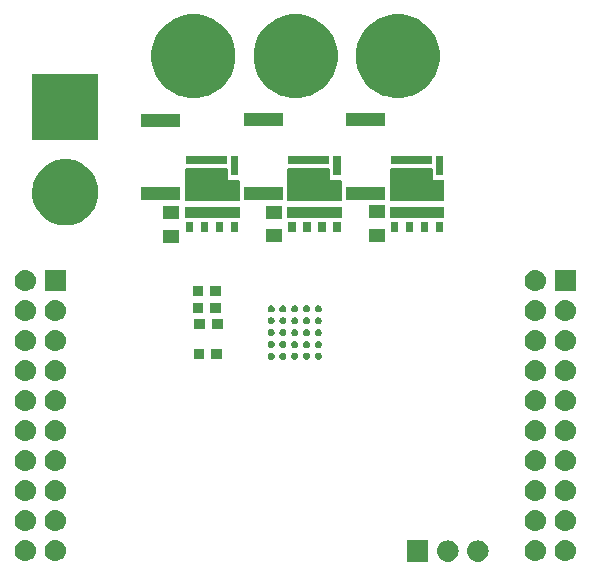
<source format=gbs>
G04 #@! TF.GenerationSoftware,KiCad,Pcbnew,(5.1.4)-1*
G04 #@! TF.CreationDate,2019-08-28T01:11:50-07:00*
G04 #@! TF.ProjectId,ESC Drivetrain V1,45534320-4472-4697-9665-747261696e20,rev?*
G04 #@! TF.SameCoordinates,Original*
G04 #@! TF.FileFunction,Soldermask,Bot*
G04 #@! TF.FilePolarity,Negative*
%FSLAX46Y46*%
G04 Gerber Fmt 4.6, Leading zero omitted, Abs format (unit mm)*
G04 Created by KiCad (PCBNEW (5.1.4)-1) date 2019-08-28 01:11:50*
%MOMM*%
%LPD*%
G04 APERTURE LIST*
%ADD10C,0.100000*%
G04 APERTURE END LIST*
D10*
G36*
X136751000Y-146801000D02*
G01*
X134949000Y-146801000D01*
X134949000Y-144999000D01*
X136751000Y-144999000D01*
X136751000Y-146801000D01*
X136751000Y-146801000D01*
G37*
G36*
X141040442Y-145005518D02*
G01*
X141106627Y-145012037D01*
X141276466Y-145063557D01*
X141432991Y-145147222D01*
X141468729Y-145176552D01*
X141570186Y-145259814D01*
X141649951Y-145357009D01*
X141682778Y-145397009D01*
X141766443Y-145553534D01*
X141817963Y-145723373D01*
X141835359Y-145900000D01*
X141817963Y-146076627D01*
X141766443Y-146246466D01*
X141682778Y-146402991D01*
X141653448Y-146438729D01*
X141570186Y-146540186D01*
X141481731Y-146612778D01*
X141432991Y-146652778D01*
X141276466Y-146736443D01*
X141106627Y-146787963D01*
X141040442Y-146794482D01*
X140974260Y-146801000D01*
X140885740Y-146801000D01*
X140819558Y-146794482D01*
X140753373Y-146787963D01*
X140583534Y-146736443D01*
X140427009Y-146652778D01*
X140378269Y-146612778D01*
X140289814Y-146540186D01*
X140206552Y-146438729D01*
X140177222Y-146402991D01*
X140093557Y-146246466D01*
X140042037Y-146076627D01*
X140024641Y-145900000D01*
X140042037Y-145723373D01*
X140093557Y-145553534D01*
X140177222Y-145397009D01*
X140210049Y-145357009D01*
X140289814Y-145259814D01*
X140391271Y-145176552D01*
X140427009Y-145147222D01*
X140583534Y-145063557D01*
X140753373Y-145012037D01*
X140819558Y-145005518D01*
X140885740Y-144999000D01*
X140974260Y-144999000D01*
X141040442Y-145005518D01*
X141040442Y-145005518D01*
G37*
G36*
X138500442Y-145005518D02*
G01*
X138566627Y-145012037D01*
X138736466Y-145063557D01*
X138892991Y-145147222D01*
X138928729Y-145176552D01*
X139030186Y-145259814D01*
X139109951Y-145357009D01*
X139142778Y-145397009D01*
X139226443Y-145553534D01*
X139277963Y-145723373D01*
X139295359Y-145900000D01*
X139277963Y-146076627D01*
X139226443Y-146246466D01*
X139142778Y-146402991D01*
X139113448Y-146438729D01*
X139030186Y-146540186D01*
X138941731Y-146612778D01*
X138892991Y-146652778D01*
X138736466Y-146736443D01*
X138566627Y-146787963D01*
X138500442Y-146794482D01*
X138434260Y-146801000D01*
X138345740Y-146801000D01*
X138279558Y-146794482D01*
X138213373Y-146787963D01*
X138043534Y-146736443D01*
X137887009Y-146652778D01*
X137838269Y-146612778D01*
X137749814Y-146540186D01*
X137666552Y-146438729D01*
X137637222Y-146402991D01*
X137553557Y-146246466D01*
X137502037Y-146076627D01*
X137484641Y-145900000D01*
X137502037Y-145723373D01*
X137553557Y-145553534D01*
X137637222Y-145397009D01*
X137670049Y-145357009D01*
X137749814Y-145259814D01*
X137851271Y-145176552D01*
X137887009Y-145147222D01*
X138043534Y-145063557D01*
X138213373Y-145012037D01*
X138279558Y-145005518D01*
X138345740Y-144999000D01*
X138434260Y-144999000D01*
X138500442Y-145005518D01*
X138500442Y-145005518D01*
G37*
G36*
X105270443Y-144965519D02*
G01*
X105336627Y-144972037D01*
X105506466Y-145023557D01*
X105662991Y-145107222D01*
X105698729Y-145136552D01*
X105800186Y-145219814D01*
X105883448Y-145321271D01*
X105912778Y-145357009D01*
X105996443Y-145513534D01*
X106047963Y-145683373D01*
X106065359Y-145860000D01*
X106047963Y-146036627D01*
X105996443Y-146206466D01*
X105912778Y-146362991D01*
X105883448Y-146398729D01*
X105800186Y-146500186D01*
X105698729Y-146583448D01*
X105662991Y-146612778D01*
X105506466Y-146696443D01*
X105336627Y-146747963D01*
X105270443Y-146754481D01*
X105204260Y-146761000D01*
X105115740Y-146761000D01*
X105049557Y-146754481D01*
X104983373Y-146747963D01*
X104813534Y-146696443D01*
X104657009Y-146612778D01*
X104621271Y-146583448D01*
X104519814Y-146500186D01*
X104436552Y-146398729D01*
X104407222Y-146362991D01*
X104323557Y-146206466D01*
X104272037Y-146036627D01*
X104254641Y-145860000D01*
X104272037Y-145683373D01*
X104323557Y-145513534D01*
X104407222Y-145357009D01*
X104436552Y-145321271D01*
X104519814Y-145219814D01*
X104621271Y-145136552D01*
X104657009Y-145107222D01*
X104813534Y-145023557D01*
X104983373Y-144972037D01*
X105049557Y-144965519D01*
X105115740Y-144959000D01*
X105204260Y-144959000D01*
X105270443Y-144965519D01*
X105270443Y-144965519D01*
G37*
G36*
X148450443Y-144965519D02*
G01*
X148516627Y-144972037D01*
X148686466Y-145023557D01*
X148842991Y-145107222D01*
X148878729Y-145136552D01*
X148980186Y-145219814D01*
X149063448Y-145321271D01*
X149092778Y-145357009D01*
X149176443Y-145513534D01*
X149227963Y-145683373D01*
X149245359Y-145860000D01*
X149227963Y-146036627D01*
X149176443Y-146206466D01*
X149092778Y-146362991D01*
X149063448Y-146398729D01*
X148980186Y-146500186D01*
X148878729Y-146583448D01*
X148842991Y-146612778D01*
X148686466Y-146696443D01*
X148516627Y-146747963D01*
X148450443Y-146754481D01*
X148384260Y-146761000D01*
X148295740Y-146761000D01*
X148229557Y-146754481D01*
X148163373Y-146747963D01*
X147993534Y-146696443D01*
X147837009Y-146612778D01*
X147801271Y-146583448D01*
X147699814Y-146500186D01*
X147616552Y-146398729D01*
X147587222Y-146362991D01*
X147503557Y-146206466D01*
X147452037Y-146036627D01*
X147434641Y-145860000D01*
X147452037Y-145683373D01*
X147503557Y-145513534D01*
X147587222Y-145357009D01*
X147616552Y-145321271D01*
X147699814Y-145219814D01*
X147801271Y-145136552D01*
X147837009Y-145107222D01*
X147993534Y-145023557D01*
X148163373Y-144972037D01*
X148229557Y-144965519D01*
X148295740Y-144959000D01*
X148384260Y-144959000D01*
X148450443Y-144965519D01*
X148450443Y-144965519D01*
G37*
G36*
X145910443Y-144965519D02*
G01*
X145976627Y-144972037D01*
X146146466Y-145023557D01*
X146302991Y-145107222D01*
X146338729Y-145136552D01*
X146440186Y-145219814D01*
X146523448Y-145321271D01*
X146552778Y-145357009D01*
X146636443Y-145513534D01*
X146687963Y-145683373D01*
X146705359Y-145860000D01*
X146687963Y-146036627D01*
X146636443Y-146206466D01*
X146552778Y-146362991D01*
X146523448Y-146398729D01*
X146440186Y-146500186D01*
X146338729Y-146583448D01*
X146302991Y-146612778D01*
X146146466Y-146696443D01*
X145976627Y-146747963D01*
X145910443Y-146754481D01*
X145844260Y-146761000D01*
X145755740Y-146761000D01*
X145689557Y-146754481D01*
X145623373Y-146747963D01*
X145453534Y-146696443D01*
X145297009Y-146612778D01*
X145261271Y-146583448D01*
X145159814Y-146500186D01*
X145076552Y-146398729D01*
X145047222Y-146362991D01*
X144963557Y-146206466D01*
X144912037Y-146036627D01*
X144894641Y-145860000D01*
X144912037Y-145683373D01*
X144963557Y-145513534D01*
X145047222Y-145357009D01*
X145076552Y-145321271D01*
X145159814Y-145219814D01*
X145261271Y-145136552D01*
X145297009Y-145107222D01*
X145453534Y-145023557D01*
X145623373Y-144972037D01*
X145689557Y-144965519D01*
X145755740Y-144959000D01*
X145844260Y-144959000D01*
X145910443Y-144965519D01*
X145910443Y-144965519D01*
G37*
G36*
X102730443Y-144965519D02*
G01*
X102796627Y-144972037D01*
X102966466Y-145023557D01*
X103122991Y-145107222D01*
X103158729Y-145136552D01*
X103260186Y-145219814D01*
X103343448Y-145321271D01*
X103372778Y-145357009D01*
X103456443Y-145513534D01*
X103507963Y-145683373D01*
X103525359Y-145860000D01*
X103507963Y-146036627D01*
X103456443Y-146206466D01*
X103372778Y-146362991D01*
X103343448Y-146398729D01*
X103260186Y-146500186D01*
X103158729Y-146583448D01*
X103122991Y-146612778D01*
X102966466Y-146696443D01*
X102796627Y-146747963D01*
X102730443Y-146754481D01*
X102664260Y-146761000D01*
X102575740Y-146761000D01*
X102509557Y-146754481D01*
X102443373Y-146747963D01*
X102273534Y-146696443D01*
X102117009Y-146612778D01*
X102081271Y-146583448D01*
X101979814Y-146500186D01*
X101896552Y-146398729D01*
X101867222Y-146362991D01*
X101783557Y-146206466D01*
X101732037Y-146036627D01*
X101714641Y-145860000D01*
X101732037Y-145683373D01*
X101783557Y-145513534D01*
X101867222Y-145357009D01*
X101896552Y-145321271D01*
X101979814Y-145219814D01*
X102081271Y-145136552D01*
X102117009Y-145107222D01*
X102273534Y-145023557D01*
X102443373Y-144972037D01*
X102509557Y-144965519D01*
X102575740Y-144959000D01*
X102664260Y-144959000D01*
X102730443Y-144965519D01*
X102730443Y-144965519D01*
G37*
G36*
X105270442Y-142425518D02*
G01*
X105336627Y-142432037D01*
X105506466Y-142483557D01*
X105662991Y-142567222D01*
X105698729Y-142596552D01*
X105800186Y-142679814D01*
X105883448Y-142781271D01*
X105912778Y-142817009D01*
X105996443Y-142973534D01*
X106047963Y-143143373D01*
X106065359Y-143320000D01*
X106047963Y-143496627D01*
X105996443Y-143666466D01*
X105912778Y-143822991D01*
X105883448Y-143858729D01*
X105800186Y-143960186D01*
X105698729Y-144043448D01*
X105662991Y-144072778D01*
X105506466Y-144156443D01*
X105336627Y-144207963D01*
X105270442Y-144214482D01*
X105204260Y-144221000D01*
X105115740Y-144221000D01*
X105049558Y-144214482D01*
X104983373Y-144207963D01*
X104813534Y-144156443D01*
X104657009Y-144072778D01*
X104621271Y-144043448D01*
X104519814Y-143960186D01*
X104436552Y-143858729D01*
X104407222Y-143822991D01*
X104323557Y-143666466D01*
X104272037Y-143496627D01*
X104254641Y-143320000D01*
X104272037Y-143143373D01*
X104323557Y-142973534D01*
X104407222Y-142817009D01*
X104436552Y-142781271D01*
X104519814Y-142679814D01*
X104621271Y-142596552D01*
X104657009Y-142567222D01*
X104813534Y-142483557D01*
X104983373Y-142432037D01*
X105049558Y-142425518D01*
X105115740Y-142419000D01*
X105204260Y-142419000D01*
X105270442Y-142425518D01*
X105270442Y-142425518D01*
G37*
G36*
X102730442Y-142425518D02*
G01*
X102796627Y-142432037D01*
X102966466Y-142483557D01*
X103122991Y-142567222D01*
X103158729Y-142596552D01*
X103260186Y-142679814D01*
X103343448Y-142781271D01*
X103372778Y-142817009D01*
X103456443Y-142973534D01*
X103507963Y-143143373D01*
X103525359Y-143320000D01*
X103507963Y-143496627D01*
X103456443Y-143666466D01*
X103372778Y-143822991D01*
X103343448Y-143858729D01*
X103260186Y-143960186D01*
X103158729Y-144043448D01*
X103122991Y-144072778D01*
X102966466Y-144156443D01*
X102796627Y-144207963D01*
X102730442Y-144214482D01*
X102664260Y-144221000D01*
X102575740Y-144221000D01*
X102509558Y-144214482D01*
X102443373Y-144207963D01*
X102273534Y-144156443D01*
X102117009Y-144072778D01*
X102081271Y-144043448D01*
X101979814Y-143960186D01*
X101896552Y-143858729D01*
X101867222Y-143822991D01*
X101783557Y-143666466D01*
X101732037Y-143496627D01*
X101714641Y-143320000D01*
X101732037Y-143143373D01*
X101783557Y-142973534D01*
X101867222Y-142817009D01*
X101896552Y-142781271D01*
X101979814Y-142679814D01*
X102081271Y-142596552D01*
X102117009Y-142567222D01*
X102273534Y-142483557D01*
X102443373Y-142432037D01*
X102509558Y-142425518D01*
X102575740Y-142419000D01*
X102664260Y-142419000D01*
X102730442Y-142425518D01*
X102730442Y-142425518D01*
G37*
G36*
X145910442Y-142425518D02*
G01*
X145976627Y-142432037D01*
X146146466Y-142483557D01*
X146302991Y-142567222D01*
X146338729Y-142596552D01*
X146440186Y-142679814D01*
X146523448Y-142781271D01*
X146552778Y-142817009D01*
X146636443Y-142973534D01*
X146687963Y-143143373D01*
X146705359Y-143320000D01*
X146687963Y-143496627D01*
X146636443Y-143666466D01*
X146552778Y-143822991D01*
X146523448Y-143858729D01*
X146440186Y-143960186D01*
X146338729Y-144043448D01*
X146302991Y-144072778D01*
X146146466Y-144156443D01*
X145976627Y-144207963D01*
X145910442Y-144214482D01*
X145844260Y-144221000D01*
X145755740Y-144221000D01*
X145689558Y-144214482D01*
X145623373Y-144207963D01*
X145453534Y-144156443D01*
X145297009Y-144072778D01*
X145261271Y-144043448D01*
X145159814Y-143960186D01*
X145076552Y-143858729D01*
X145047222Y-143822991D01*
X144963557Y-143666466D01*
X144912037Y-143496627D01*
X144894641Y-143320000D01*
X144912037Y-143143373D01*
X144963557Y-142973534D01*
X145047222Y-142817009D01*
X145076552Y-142781271D01*
X145159814Y-142679814D01*
X145261271Y-142596552D01*
X145297009Y-142567222D01*
X145453534Y-142483557D01*
X145623373Y-142432037D01*
X145689558Y-142425518D01*
X145755740Y-142419000D01*
X145844260Y-142419000D01*
X145910442Y-142425518D01*
X145910442Y-142425518D01*
G37*
G36*
X148450442Y-142425518D02*
G01*
X148516627Y-142432037D01*
X148686466Y-142483557D01*
X148842991Y-142567222D01*
X148878729Y-142596552D01*
X148980186Y-142679814D01*
X149063448Y-142781271D01*
X149092778Y-142817009D01*
X149176443Y-142973534D01*
X149227963Y-143143373D01*
X149245359Y-143320000D01*
X149227963Y-143496627D01*
X149176443Y-143666466D01*
X149092778Y-143822991D01*
X149063448Y-143858729D01*
X148980186Y-143960186D01*
X148878729Y-144043448D01*
X148842991Y-144072778D01*
X148686466Y-144156443D01*
X148516627Y-144207963D01*
X148450442Y-144214482D01*
X148384260Y-144221000D01*
X148295740Y-144221000D01*
X148229558Y-144214482D01*
X148163373Y-144207963D01*
X147993534Y-144156443D01*
X147837009Y-144072778D01*
X147801271Y-144043448D01*
X147699814Y-143960186D01*
X147616552Y-143858729D01*
X147587222Y-143822991D01*
X147503557Y-143666466D01*
X147452037Y-143496627D01*
X147434641Y-143320000D01*
X147452037Y-143143373D01*
X147503557Y-142973534D01*
X147587222Y-142817009D01*
X147616552Y-142781271D01*
X147699814Y-142679814D01*
X147801271Y-142596552D01*
X147837009Y-142567222D01*
X147993534Y-142483557D01*
X148163373Y-142432037D01*
X148229558Y-142425518D01*
X148295740Y-142419000D01*
X148384260Y-142419000D01*
X148450442Y-142425518D01*
X148450442Y-142425518D01*
G37*
G36*
X105270442Y-139885518D02*
G01*
X105336627Y-139892037D01*
X105506466Y-139943557D01*
X105662991Y-140027222D01*
X105698729Y-140056552D01*
X105800186Y-140139814D01*
X105883448Y-140241271D01*
X105912778Y-140277009D01*
X105996443Y-140433534D01*
X106047963Y-140603373D01*
X106065359Y-140780000D01*
X106047963Y-140956627D01*
X105996443Y-141126466D01*
X105912778Y-141282991D01*
X105883448Y-141318729D01*
X105800186Y-141420186D01*
X105698729Y-141503448D01*
X105662991Y-141532778D01*
X105506466Y-141616443D01*
X105336627Y-141667963D01*
X105270442Y-141674482D01*
X105204260Y-141681000D01*
X105115740Y-141681000D01*
X105049558Y-141674482D01*
X104983373Y-141667963D01*
X104813534Y-141616443D01*
X104657009Y-141532778D01*
X104621271Y-141503448D01*
X104519814Y-141420186D01*
X104436552Y-141318729D01*
X104407222Y-141282991D01*
X104323557Y-141126466D01*
X104272037Y-140956627D01*
X104254641Y-140780000D01*
X104272037Y-140603373D01*
X104323557Y-140433534D01*
X104407222Y-140277009D01*
X104436552Y-140241271D01*
X104519814Y-140139814D01*
X104621271Y-140056552D01*
X104657009Y-140027222D01*
X104813534Y-139943557D01*
X104983373Y-139892037D01*
X105049558Y-139885518D01*
X105115740Y-139879000D01*
X105204260Y-139879000D01*
X105270442Y-139885518D01*
X105270442Y-139885518D01*
G37*
G36*
X102730442Y-139885518D02*
G01*
X102796627Y-139892037D01*
X102966466Y-139943557D01*
X103122991Y-140027222D01*
X103158729Y-140056552D01*
X103260186Y-140139814D01*
X103343448Y-140241271D01*
X103372778Y-140277009D01*
X103456443Y-140433534D01*
X103507963Y-140603373D01*
X103525359Y-140780000D01*
X103507963Y-140956627D01*
X103456443Y-141126466D01*
X103372778Y-141282991D01*
X103343448Y-141318729D01*
X103260186Y-141420186D01*
X103158729Y-141503448D01*
X103122991Y-141532778D01*
X102966466Y-141616443D01*
X102796627Y-141667963D01*
X102730442Y-141674482D01*
X102664260Y-141681000D01*
X102575740Y-141681000D01*
X102509558Y-141674482D01*
X102443373Y-141667963D01*
X102273534Y-141616443D01*
X102117009Y-141532778D01*
X102081271Y-141503448D01*
X101979814Y-141420186D01*
X101896552Y-141318729D01*
X101867222Y-141282991D01*
X101783557Y-141126466D01*
X101732037Y-140956627D01*
X101714641Y-140780000D01*
X101732037Y-140603373D01*
X101783557Y-140433534D01*
X101867222Y-140277009D01*
X101896552Y-140241271D01*
X101979814Y-140139814D01*
X102081271Y-140056552D01*
X102117009Y-140027222D01*
X102273534Y-139943557D01*
X102443373Y-139892037D01*
X102509558Y-139885518D01*
X102575740Y-139879000D01*
X102664260Y-139879000D01*
X102730442Y-139885518D01*
X102730442Y-139885518D01*
G37*
G36*
X148450442Y-139885518D02*
G01*
X148516627Y-139892037D01*
X148686466Y-139943557D01*
X148842991Y-140027222D01*
X148878729Y-140056552D01*
X148980186Y-140139814D01*
X149063448Y-140241271D01*
X149092778Y-140277009D01*
X149176443Y-140433534D01*
X149227963Y-140603373D01*
X149245359Y-140780000D01*
X149227963Y-140956627D01*
X149176443Y-141126466D01*
X149092778Y-141282991D01*
X149063448Y-141318729D01*
X148980186Y-141420186D01*
X148878729Y-141503448D01*
X148842991Y-141532778D01*
X148686466Y-141616443D01*
X148516627Y-141667963D01*
X148450442Y-141674482D01*
X148384260Y-141681000D01*
X148295740Y-141681000D01*
X148229558Y-141674482D01*
X148163373Y-141667963D01*
X147993534Y-141616443D01*
X147837009Y-141532778D01*
X147801271Y-141503448D01*
X147699814Y-141420186D01*
X147616552Y-141318729D01*
X147587222Y-141282991D01*
X147503557Y-141126466D01*
X147452037Y-140956627D01*
X147434641Y-140780000D01*
X147452037Y-140603373D01*
X147503557Y-140433534D01*
X147587222Y-140277009D01*
X147616552Y-140241271D01*
X147699814Y-140139814D01*
X147801271Y-140056552D01*
X147837009Y-140027222D01*
X147993534Y-139943557D01*
X148163373Y-139892037D01*
X148229558Y-139885518D01*
X148295740Y-139879000D01*
X148384260Y-139879000D01*
X148450442Y-139885518D01*
X148450442Y-139885518D01*
G37*
G36*
X145910442Y-139885518D02*
G01*
X145976627Y-139892037D01*
X146146466Y-139943557D01*
X146302991Y-140027222D01*
X146338729Y-140056552D01*
X146440186Y-140139814D01*
X146523448Y-140241271D01*
X146552778Y-140277009D01*
X146636443Y-140433534D01*
X146687963Y-140603373D01*
X146705359Y-140780000D01*
X146687963Y-140956627D01*
X146636443Y-141126466D01*
X146552778Y-141282991D01*
X146523448Y-141318729D01*
X146440186Y-141420186D01*
X146338729Y-141503448D01*
X146302991Y-141532778D01*
X146146466Y-141616443D01*
X145976627Y-141667963D01*
X145910442Y-141674482D01*
X145844260Y-141681000D01*
X145755740Y-141681000D01*
X145689558Y-141674482D01*
X145623373Y-141667963D01*
X145453534Y-141616443D01*
X145297009Y-141532778D01*
X145261271Y-141503448D01*
X145159814Y-141420186D01*
X145076552Y-141318729D01*
X145047222Y-141282991D01*
X144963557Y-141126466D01*
X144912037Y-140956627D01*
X144894641Y-140780000D01*
X144912037Y-140603373D01*
X144963557Y-140433534D01*
X145047222Y-140277009D01*
X145076552Y-140241271D01*
X145159814Y-140139814D01*
X145261271Y-140056552D01*
X145297009Y-140027222D01*
X145453534Y-139943557D01*
X145623373Y-139892037D01*
X145689558Y-139885518D01*
X145755740Y-139879000D01*
X145844260Y-139879000D01*
X145910442Y-139885518D01*
X145910442Y-139885518D01*
G37*
G36*
X145910443Y-137345519D02*
G01*
X145976627Y-137352037D01*
X146146466Y-137403557D01*
X146302991Y-137487222D01*
X146338729Y-137516552D01*
X146440186Y-137599814D01*
X146523448Y-137701271D01*
X146552778Y-137737009D01*
X146636443Y-137893534D01*
X146687963Y-138063373D01*
X146705359Y-138240000D01*
X146687963Y-138416627D01*
X146636443Y-138586466D01*
X146552778Y-138742991D01*
X146523448Y-138778729D01*
X146440186Y-138880186D01*
X146338729Y-138963448D01*
X146302991Y-138992778D01*
X146146466Y-139076443D01*
X145976627Y-139127963D01*
X145910443Y-139134481D01*
X145844260Y-139141000D01*
X145755740Y-139141000D01*
X145689557Y-139134481D01*
X145623373Y-139127963D01*
X145453534Y-139076443D01*
X145297009Y-138992778D01*
X145261271Y-138963448D01*
X145159814Y-138880186D01*
X145076552Y-138778729D01*
X145047222Y-138742991D01*
X144963557Y-138586466D01*
X144912037Y-138416627D01*
X144894641Y-138240000D01*
X144912037Y-138063373D01*
X144963557Y-137893534D01*
X145047222Y-137737009D01*
X145076552Y-137701271D01*
X145159814Y-137599814D01*
X145261271Y-137516552D01*
X145297009Y-137487222D01*
X145453534Y-137403557D01*
X145623373Y-137352037D01*
X145689557Y-137345519D01*
X145755740Y-137339000D01*
X145844260Y-137339000D01*
X145910443Y-137345519D01*
X145910443Y-137345519D01*
G37*
G36*
X148450443Y-137345519D02*
G01*
X148516627Y-137352037D01*
X148686466Y-137403557D01*
X148842991Y-137487222D01*
X148878729Y-137516552D01*
X148980186Y-137599814D01*
X149063448Y-137701271D01*
X149092778Y-137737009D01*
X149176443Y-137893534D01*
X149227963Y-138063373D01*
X149245359Y-138240000D01*
X149227963Y-138416627D01*
X149176443Y-138586466D01*
X149092778Y-138742991D01*
X149063448Y-138778729D01*
X148980186Y-138880186D01*
X148878729Y-138963448D01*
X148842991Y-138992778D01*
X148686466Y-139076443D01*
X148516627Y-139127963D01*
X148450443Y-139134481D01*
X148384260Y-139141000D01*
X148295740Y-139141000D01*
X148229557Y-139134481D01*
X148163373Y-139127963D01*
X147993534Y-139076443D01*
X147837009Y-138992778D01*
X147801271Y-138963448D01*
X147699814Y-138880186D01*
X147616552Y-138778729D01*
X147587222Y-138742991D01*
X147503557Y-138586466D01*
X147452037Y-138416627D01*
X147434641Y-138240000D01*
X147452037Y-138063373D01*
X147503557Y-137893534D01*
X147587222Y-137737009D01*
X147616552Y-137701271D01*
X147699814Y-137599814D01*
X147801271Y-137516552D01*
X147837009Y-137487222D01*
X147993534Y-137403557D01*
X148163373Y-137352037D01*
X148229557Y-137345519D01*
X148295740Y-137339000D01*
X148384260Y-137339000D01*
X148450443Y-137345519D01*
X148450443Y-137345519D01*
G37*
G36*
X105270443Y-137345519D02*
G01*
X105336627Y-137352037D01*
X105506466Y-137403557D01*
X105662991Y-137487222D01*
X105698729Y-137516552D01*
X105800186Y-137599814D01*
X105883448Y-137701271D01*
X105912778Y-137737009D01*
X105996443Y-137893534D01*
X106047963Y-138063373D01*
X106065359Y-138240000D01*
X106047963Y-138416627D01*
X105996443Y-138586466D01*
X105912778Y-138742991D01*
X105883448Y-138778729D01*
X105800186Y-138880186D01*
X105698729Y-138963448D01*
X105662991Y-138992778D01*
X105506466Y-139076443D01*
X105336627Y-139127963D01*
X105270443Y-139134481D01*
X105204260Y-139141000D01*
X105115740Y-139141000D01*
X105049557Y-139134481D01*
X104983373Y-139127963D01*
X104813534Y-139076443D01*
X104657009Y-138992778D01*
X104621271Y-138963448D01*
X104519814Y-138880186D01*
X104436552Y-138778729D01*
X104407222Y-138742991D01*
X104323557Y-138586466D01*
X104272037Y-138416627D01*
X104254641Y-138240000D01*
X104272037Y-138063373D01*
X104323557Y-137893534D01*
X104407222Y-137737009D01*
X104436552Y-137701271D01*
X104519814Y-137599814D01*
X104621271Y-137516552D01*
X104657009Y-137487222D01*
X104813534Y-137403557D01*
X104983373Y-137352037D01*
X105049557Y-137345519D01*
X105115740Y-137339000D01*
X105204260Y-137339000D01*
X105270443Y-137345519D01*
X105270443Y-137345519D01*
G37*
G36*
X102730443Y-137345519D02*
G01*
X102796627Y-137352037D01*
X102966466Y-137403557D01*
X103122991Y-137487222D01*
X103158729Y-137516552D01*
X103260186Y-137599814D01*
X103343448Y-137701271D01*
X103372778Y-137737009D01*
X103456443Y-137893534D01*
X103507963Y-138063373D01*
X103525359Y-138240000D01*
X103507963Y-138416627D01*
X103456443Y-138586466D01*
X103372778Y-138742991D01*
X103343448Y-138778729D01*
X103260186Y-138880186D01*
X103158729Y-138963448D01*
X103122991Y-138992778D01*
X102966466Y-139076443D01*
X102796627Y-139127963D01*
X102730443Y-139134481D01*
X102664260Y-139141000D01*
X102575740Y-139141000D01*
X102509557Y-139134481D01*
X102443373Y-139127963D01*
X102273534Y-139076443D01*
X102117009Y-138992778D01*
X102081271Y-138963448D01*
X101979814Y-138880186D01*
X101896552Y-138778729D01*
X101867222Y-138742991D01*
X101783557Y-138586466D01*
X101732037Y-138416627D01*
X101714641Y-138240000D01*
X101732037Y-138063373D01*
X101783557Y-137893534D01*
X101867222Y-137737009D01*
X101896552Y-137701271D01*
X101979814Y-137599814D01*
X102081271Y-137516552D01*
X102117009Y-137487222D01*
X102273534Y-137403557D01*
X102443373Y-137352037D01*
X102509557Y-137345519D01*
X102575740Y-137339000D01*
X102664260Y-137339000D01*
X102730443Y-137345519D01*
X102730443Y-137345519D01*
G37*
G36*
X102730442Y-134805518D02*
G01*
X102796627Y-134812037D01*
X102966466Y-134863557D01*
X103122991Y-134947222D01*
X103158729Y-134976552D01*
X103260186Y-135059814D01*
X103343448Y-135161271D01*
X103372778Y-135197009D01*
X103456443Y-135353534D01*
X103507963Y-135523373D01*
X103525359Y-135700000D01*
X103507963Y-135876627D01*
X103456443Y-136046466D01*
X103372778Y-136202991D01*
X103343448Y-136238729D01*
X103260186Y-136340186D01*
X103158729Y-136423448D01*
X103122991Y-136452778D01*
X102966466Y-136536443D01*
X102796627Y-136587963D01*
X102730442Y-136594482D01*
X102664260Y-136601000D01*
X102575740Y-136601000D01*
X102509558Y-136594482D01*
X102443373Y-136587963D01*
X102273534Y-136536443D01*
X102117009Y-136452778D01*
X102081271Y-136423448D01*
X101979814Y-136340186D01*
X101896552Y-136238729D01*
X101867222Y-136202991D01*
X101783557Y-136046466D01*
X101732037Y-135876627D01*
X101714641Y-135700000D01*
X101732037Y-135523373D01*
X101783557Y-135353534D01*
X101867222Y-135197009D01*
X101896552Y-135161271D01*
X101979814Y-135059814D01*
X102081271Y-134976552D01*
X102117009Y-134947222D01*
X102273534Y-134863557D01*
X102443373Y-134812037D01*
X102509558Y-134805518D01*
X102575740Y-134799000D01*
X102664260Y-134799000D01*
X102730442Y-134805518D01*
X102730442Y-134805518D01*
G37*
G36*
X105270442Y-134805518D02*
G01*
X105336627Y-134812037D01*
X105506466Y-134863557D01*
X105662991Y-134947222D01*
X105698729Y-134976552D01*
X105800186Y-135059814D01*
X105883448Y-135161271D01*
X105912778Y-135197009D01*
X105996443Y-135353534D01*
X106047963Y-135523373D01*
X106065359Y-135700000D01*
X106047963Y-135876627D01*
X105996443Y-136046466D01*
X105912778Y-136202991D01*
X105883448Y-136238729D01*
X105800186Y-136340186D01*
X105698729Y-136423448D01*
X105662991Y-136452778D01*
X105506466Y-136536443D01*
X105336627Y-136587963D01*
X105270442Y-136594482D01*
X105204260Y-136601000D01*
X105115740Y-136601000D01*
X105049558Y-136594482D01*
X104983373Y-136587963D01*
X104813534Y-136536443D01*
X104657009Y-136452778D01*
X104621271Y-136423448D01*
X104519814Y-136340186D01*
X104436552Y-136238729D01*
X104407222Y-136202991D01*
X104323557Y-136046466D01*
X104272037Y-135876627D01*
X104254641Y-135700000D01*
X104272037Y-135523373D01*
X104323557Y-135353534D01*
X104407222Y-135197009D01*
X104436552Y-135161271D01*
X104519814Y-135059814D01*
X104621271Y-134976552D01*
X104657009Y-134947222D01*
X104813534Y-134863557D01*
X104983373Y-134812037D01*
X105049558Y-134805518D01*
X105115740Y-134799000D01*
X105204260Y-134799000D01*
X105270442Y-134805518D01*
X105270442Y-134805518D01*
G37*
G36*
X145910442Y-134805518D02*
G01*
X145976627Y-134812037D01*
X146146466Y-134863557D01*
X146302991Y-134947222D01*
X146338729Y-134976552D01*
X146440186Y-135059814D01*
X146523448Y-135161271D01*
X146552778Y-135197009D01*
X146636443Y-135353534D01*
X146687963Y-135523373D01*
X146705359Y-135700000D01*
X146687963Y-135876627D01*
X146636443Y-136046466D01*
X146552778Y-136202991D01*
X146523448Y-136238729D01*
X146440186Y-136340186D01*
X146338729Y-136423448D01*
X146302991Y-136452778D01*
X146146466Y-136536443D01*
X145976627Y-136587963D01*
X145910442Y-136594482D01*
X145844260Y-136601000D01*
X145755740Y-136601000D01*
X145689558Y-136594482D01*
X145623373Y-136587963D01*
X145453534Y-136536443D01*
X145297009Y-136452778D01*
X145261271Y-136423448D01*
X145159814Y-136340186D01*
X145076552Y-136238729D01*
X145047222Y-136202991D01*
X144963557Y-136046466D01*
X144912037Y-135876627D01*
X144894641Y-135700000D01*
X144912037Y-135523373D01*
X144963557Y-135353534D01*
X145047222Y-135197009D01*
X145076552Y-135161271D01*
X145159814Y-135059814D01*
X145261271Y-134976552D01*
X145297009Y-134947222D01*
X145453534Y-134863557D01*
X145623373Y-134812037D01*
X145689558Y-134805518D01*
X145755740Y-134799000D01*
X145844260Y-134799000D01*
X145910442Y-134805518D01*
X145910442Y-134805518D01*
G37*
G36*
X148450442Y-134805518D02*
G01*
X148516627Y-134812037D01*
X148686466Y-134863557D01*
X148842991Y-134947222D01*
X148878729Y-134976552D01*
X148980186Y-135059814D01*
X149063448Y-135161271D01*
X149092778Y-135197009D01*
X149176443Y-135353534D01*
X149227963Y-135523373D01*
X149245359Y-135700000D01*
X149227963Y-135876627D01*
X149176443Y-136046466D01*
X149092778Y-136202991D01*
X149063448Y-136238729D01*
X148980186Y-136340186D01*
X148878729Y-136423448D01*
X148842991Y-136452778D01*
X148686466Y-136536443D01*
X148516627Y-136587963D01*
X148450442Y-136594482D01*
X148384260Y-136601000D01*
X148295740Y-136601000D01*
X148229558Y-136594482D01*
X148163373Y-136587963D01*
X147993534Y-136536443D01*
X147837009Y-136452778D01*
X147801271Y-136423448D01*
X147699814Y-136340186D01*
X147616552Y-136238729D01*
X147587222Y-136202991D01*
X147503557Y-136046466D01*
X147452037Y-135876627D01*
X147434641Y-135700000D01*
X147452037Y-135523373D01*
X147503557Y-135353534D01*
X147587222Y-135197009D01*
X147616552Y-135161271D01*
X147699814Y-135059814D01*
X147801271Y-134976552D01*
X147837009Y-134947222D01*
X147993534Y-134863557D01*
X148163373Y-134812037D01*
X148229558Y-134805518D01*
X148295740Y-134799000D01*
X148384260Y-134799000D01*
X148450442Y-134805518D01*
X148450442Y-134805518D01*
G37*
G36*
X105270442Y-132265518D02*
G01*
X105336627Y-132272037D01*
X105506466Y-132323557D01*
X105662991Y-132407222D01*
X105698729Y-132436552D01*
X105800186Y-132519814D01*
X105883448Y-132621271D01*
X105912778Y-132657009D01*
X105996443Y-132813534D01*
X106047963Y-132983373D01*
X106065359Y-133160000D01*
X106047963Y-133336627D01*
X105996443Y-133506466D01*
X105912778Y-133662991D01*
X105883448Y-133698729D01*
X105800186Y-133800186D01*
X105698729Y-133883448D01*
X105662991Y-133912778D01*
X105506466Y-133996443D01*
X105336627Y-134047963D01*
X105270442Y-134054482D01*
X105204260Y-134061000D01*
X105115740Y-134061000D01*
X105049558Y-134054482D01*
X104983373Y-134047963D01*
X104813534Y-133996443D01*
X104657009Y-133912778D01*
X104621271Y-133883448D01*
X104519814Y-133800186D01*
X104436552Y-133698729D01*
X104407222Y-133662991D01*
X104323557Y-133506466D01*
X104272037Y-133336627D01*
X104254641Y-133160000D01*
X104272037Y-132983373D01*
X104323557Y-132813534D01*
X104407222Y-132657009D01*
X104436552Y-132621271D01*
X104519814Y-132519814D01*
X104621271Y-132436552D01*
X104657009Y-132407222D01*
X104813534Y-132323557D01*
X104983373Y-132272037D01*
X105049558Y-132265518D01*
X105115740Y-132259000D01*
X105204260Y-132259000D01*
X105270442Y-132265518D01*
X105270442Y-132265518D01*
G37*
G36*
X102730442Y-132265518D02*
G01*
X102796627Y-132272037D01*
X102966466Y-132323557D01*
X103122991Y-132407222D01*
X103158729Y-132436552D01*
X103260186Y-132519814D01*
X103343448Y-132621271D01*
X103372778Y-132657009D01*
X103456443Y-132813534D01*
X103507963Y-132983373D01*
X103525359Y-133160000D01*
X103507963Y-133336627D01*
X103456443Y-133506466D01*
X103372778Y-133662991D01*
X103343448Y-133698729D01*
X103260186Y-133800186D01*
X103158729Y-133883448D01*
X103122991Y-133912778D01*
X102966466Y-133996443D01*
X102796627Y-134047963D01*
X102730442Y-134054482D01*
X102664260Y-134061000D01*
X102575740Y-134061000D01*
X102509558Y-134054482D01*
X102443373Y-134047963D01*
X102273534Y-133996443D01*
X102117009Y-133912778D01*
X102081271Y-133883448D01*
X101979814Y-133800186D01*
X101896552Y-133698729D01*
X101867222Y-133662991D01*
X101783557Y-133506466D01*
X101732037Y-133336627D01*
X101714641Y-133160000D01*
X101732037Y-132983373D01*
X101783557Y-132813534D01*
X101867222Y-132657009D01*
X101896552Y-132621271D01*
X101979814Y-132519814D01*
X102081271Y-132436552D01*
X102117009Y-132407222D01*
X102273534Y-132323557D01*
X102443373Y-132272037D01*
X102509558Y-132265518D01*
X102575740Y-132259000D01*
X102664260Y-132259000D01*
X102730442Y-132265518D01*
X102730442Y-132265518D01*
G37*
G36*
X148450442Y-132265518D02*
G01*
X148516627Y-132272037D01*
X148686466Y-132323557D01*
X148842991Y-132407222D01*
X148878729Y-132436552D01*
X148980186Y-132519814D01*
X149063448Y-132621271D01*
X149092778Y-132657009D01*
X149176443Y-132813534D01*
X149227963Y-132983373D01*
X149245359Y-133160000D01*
X149227963Y-133336627D01*
X149176443Y-133506466D01*
X149092778Y-133662991D01*
X149063448Y-133698729D01*
X148980186Y-133800186D01*
X148878729Y-133883448D01*
X148842991Y-133912778D01*
X148686466Y-133996443D01*
X148516627Y-134047963D01*
X148450442Y-134054482D01*
X148384260Y-134061000D01*
X148295740Y-134061000D01*
X148229558Y-134054482D01*
X148163373Y-134047963D01*
X147993534Y-133996443D01*
X147837009Y-133912778D01*
X147801271Y-133883448D01*
X147699814Y-133800186D01*
X147616552Y-133698729D01*
X147587222Y-133662991D01*
X147503557Y-133506466D01*
X147452037Y-133336627D01*
X147434641Y-133160000D01*
X147452037Y-132983373D01*
X147503557Y-132813534D01*
X147587222Y-132657009D01*
X147616552Y-132621271D01*
X147699814Y-132519814D01*
X147801271Y-132436552D01*
X147837009Y-132407222D01*
X147993534Y-132323557D01*
X148163373Y-132272037D01*
X148229558Y-132265518D01*
X148295740Y-132259000D01*
X148384260Y-132259000D01*
X148450442Y-132265518D01*
X148450442Y-132265518D01*
G37*
G36*
X145910442Y-132265518D02*
G01*
X145976627Y-132272037D01*
X146146466Y-132323557D01*
X146302991Y-132407222D01*
X146338729Y-132436552D01*
X146440186Y-132519814D01*
X146523448Y-132621271D01*
X146552778Y-132657009D01*
X146636443Y-132813534D01*
X146687963Y-132983373D01*
X146705359Y-133160000D01*
X146687963Y-133336627D01*
X146636443Y-133506466D01*
X146552778Y-133662991D01*
X146523448Y-133698729D01*
X146440186Y-133800186D01*
X146338729Y-133883448D01*
X146302991Y-133912778D01*
X146146466Y-133996443D01*
X145976627Y-134047963D01*
X145910442Y-134054482D01*
X145844260Y-134061000D01*
X145755740Y-134061000D01*
X145689558Y-134054482D01*
X145623373Y-134047963D01*
X145453534Y-133996443D01*
X145297009Y-133912778D01*
X145261271Y-133883448D01*
X145159814Y-133800186D01*
X145076552Y-133698729D01*
X145047222Y-133662991D01*
X144963557Y-133506466D01*
X144912037Y-133336627D01*
X144894641Y-133160000D01*
X144912037Y-132983373D01*
X144963557Y-132813534D01*
X145047222Y-132657009D01*
X145076552Y-132621271D01*
X145159814Y-132519814D01*
X145261271Y-132436552D01*
X145297009Y-132407222D01*
X145453534Y-132323557D01*
X145623373Y-132272037D01*
X145689558Y-132265518D01*
X145755740Y-132259000D01*
X145844260Y-132259000D01*
X145910442Y-132265518D01*
X145910442Y-132265518D01*
G37*
G36*
X145910443Y-129725519D02*
G01*
X145976627Y-129732037D01*
X146146466Y-129783557D01*
X146302991Y-129867222D01*
X146338729Y-129896552D01*
X146440186Y-129979814D01*
X146523448Y-130081271D01*
X146552778Y-130117009D01*
X146636443Y-130273534D01*
X146687963Y-130443373D01*
X146705359Y-130620000D01*
X146687963Y-130796627D01*
X146636443Y-130966466D01*
X146552778Y-131122991D01*
X146523448Y-131158729D01*
X146440186Y-131260186D01*
X146338729Y-131343448D01*
X146302991Y-131372778D01*
X146146466Y-131456443D01*
X145976627Y-131507963D01*
X145910442Y-131514482D01*
X145844260Y-131521000D01*
X145755740Y-131521000D01*
X145689558Y-131514482D01*
X145623373Y-131507963D01*
X145453534Y-131456443D01*
X145297009Y-131372778D01*
X145261271Y-131343448D01*
X145159814Y-131260186D01*
X145076552Y-131158729D01*
X145047222Y-131122991D01*
X144963557Y-130966466D01*
X144912037Y-130796627D01*
X144894641Y-130620000D01*
X144912037Y-130443373D01*
X144963557Y-130273534D01*
X145047222Y-130117009D01*
X145076552Y-130081271D01*
X145159814Y-129979814D01*
X145261271Y-129896552D01*
X145297009Y-129867222D01*
X145453534Y-129783557D01*
X145623373Y-129732037D01*
X145689557Y-129725519D01*
X145755740Y-129719000D01*
X145844260Y-129719000D01*
X145910443Y-129725519D01*
X145910443Y-129725519D01*
G37*
G36*
X102730443Y-129725519D02*
G01*
X102796627Y-129732037D01*
X102966466Y-129783557D01*
X103122991Y-129867222D01*
X103158729Y-129896552D01*
X103260186Y-129979814D01*
X103343448Y-130081271D01*
X103372778Y-130117009D01*
X103456443Y-130273534D01*
X103507963Y-130443373D01*
X103525359Y-130620000D01*
X103507963Y-130796627D01*
X103456443Y-130966466D01*
X103372778Y-131122991D01*
X103343448Y-131158729D01*
X103260186Y-131260186D01*
X103158729Y-131343448D01*
X103122991Y-131372778D01*
X102966466Y-131456443D01*
X102796627Y-131507963D01*
X102730442Y-131514482D01*
X102664260Y-131521000D01*
X102575740Y-131521000D01*
X102509558Y-131514482D01*
X102443373Y-131507963D01*
X102273534Y-131456443D01*
X102117009Y-131372778D01*
X102081271Y-131343448D01*
X101979814Y-131260186D01*
X101896552Y-131158729D01*
X101867222Y-131122991D01*
X101783557Y-130966466D01*
X101732037Y-130796627D01*
X101714641Y-130620000D01*
X101732037Y-130443373D01*
X101783557Y-130273534D01*
X101867222Y-130117009D01*
X101896552Y-130081271D01*
X101979814Y-129979814D01*
X102081271Y-129896552D01*
X102117009Y-129867222D01*
X102273534Y-129783557D01*
X102443373Y-129732037D01*
X102509557Y-129725519D01*
X102575740Y-129719000D01*
X102664260Y-129719000D01*
X102730443Y-129725519D01*
X102730443Y-129725519D01*
G37*
G36*
X105270443Y-129725519D02*
G01*
X105336627Y-129732037D01*
X105506466Y-129783557D01*
X105662991Y-129867222D01*
X105698729Y-129896552D01*
X105800186Y-129979814D01*
X105883448Y-130081271D01*
X105912778Y-130117009D01*
X105996443Y-130273534D01*
X106047963Y-130443373D01*
X106065359Y-130620000D01*
X106047963Y-130796627D01*
X105996443Y-130966466D01*
X105912778Y-131122991D01*
X105883448Y-131158729D01*
X105800186Y-131260186D01*
X105698729Y-131343448D01*
X105662991Y-131372778D01*
X105506466Y-131456443D01*
X105336627Y-131507963D01*
X105270442Y-131514482D01*
X105204260Y-131521000D01*
X105115740Y-131521000D01*
X105049558Y-131514482D01*
X104983373Y-131507963D01*
X104813534Y-131456443D01*
X104657009Y-131372778D01*
X104621271Y-131343448D01*
X104519814Y-131260186D01*
X104436552Y-131158729D01*
X104407222Y-131122991D01*
X104323557Y-130966466D01*
X104272037Y-130796627D01*
X104254641Y-130620000D01*
X104272037Y-130443373D01*
X104323557Y-130273534D01*
X104407222Y-130117009D01*
X104436552Y-130081271D01*
X104519814Y-129979814D01*
X104621271Y-129896552D01*
X104657009Y-129867222D01*
X104813534Y-129783557D01*
X104983373Y-129732037D01*
X105049557Y-129725519D01*
X105115740Y-129719000D01*
X105204260Y-129719000D01*
X105270443Y-129725519D01*
X105270443Y-129725519D01*
G37*
G36*
X148450443Y-129725519D02*
G01*
X148516627Y-129732037D01*
X148686466Y-129783557D01*
X148842991Y-129867222D01*
X148878729Y-129896552D01*
X148980186Y-129979814D01*
X149063448Y-130081271D01*
X149092778Y-130117009D01*
X149176443Y-130273534D01*
X149227963Y-130443373D01*
X149245359Y-130620000D01*
X149227963Y-130796627D01*
X149176443Y-130966466D01*
X149092778Y-131122991D01*
X149063448Y-131158729D01*
X148980186Y-131260186D01*
X148878729Y-131343448D01*
X148842991Y-131372778D01*
X148686466Y-131456443D01*
X148516627Y-131507963D01*
X148450442Y-131514482D01*
X148384260Y-131521000D01*
X148295740Y-131521000D01*
X148229558Y-131514482D01*
X148163373Y-131507963D01*
X147993534Y-131456443D01*
X147837009Y-131372778D01*
X147801271Y-131343448D01*
X147699814Y-131260186D01*
X147616552Y-131158729D01*
X147587222Y-131122991D01*
X147503557Y-130966466D01*
X147452037Y-130796627D01*
X147434641Y-130620000D01*
X147452037Y-130443373D01*
X147503557Y-130273534D01*
X147587222Y-130117009D01*
X147616552Y-130081271D01*
X147699814Y-129979814D01*
X147801271Y-129896552D01*
X147837009Y-129867222D01*
X147993534Y-129783557D01*
X148163373Y-129732037D01*
X148229557Y-129725519D01*
X148295740Y-129719000D01*
X148384260Y-129719000D01*
X148450443Y-129725519D01*
X148450443Y-129725519D01*
G37*
G36*
X123512797Y-129110567D02*
G01*
X123567575Y-129133257D01*
X123567577Y-129133258D01*
X123616876Y-129166198D01*
X123658802Y-129208124D01*
X123691742Y-129257423D01*
X123691743Y-129257425D01*
X123714433Y-129312203D01*
X123726000Y-129370353D01*
X123726000Y-129429647D01*
X123714433Y-129487797D01*
X123691743Y-129542575D01*
X123691742Y-129542577D01*
X123658802Y-129591876D01*
X123616876Y-129633802D01*
X123567577Y-129666742D01*
X123567576Y-129666743D01*
X123567575Y-129666743D01*
X123512797Y-129689433D01*
X123454647Y-129701000D01*
X123395353Y-129701000D01*
X123337203Y-129689433D01*
X123282425Y-129666743D01*
X123282424Y-129666743D01*
X123282423Y-129666742D01*
X123233124Y-129633802D01*
X123191198Y-129591876D01*
X123158258Y-129542577D01*
X123158257Y-129542575D01*
X123135567Y-129487797D01*
X123124000Y-129429647D01*
X123124000Y-129370353D01*
X123135567Y-129312203D01*
X123158257Y-129257425D01*
X123158258Y-129257423D01*
X123191198Y-129208124D01*
X123233124Y-129166198D01*
X123282423Y-129133258D01*
X123282425Y-129133257D01*
X123337203Y-129110567D01*
X123395353Y-129099000D01*
X123454647Y-129099000D01*
X123512797Y-129110567D01*
X123512797Y-129110567D01*
G37*
G36*
X125512797Y-129110567D02*
G01*
X125567575Y-129133257D01*
X125567577Y-129133258D01*
X125616876Y-129166198D01*
X125658802Y-129208124D01*
X125691742Y-129257423D01*
X125691743Y-129257425D01*
X125714433Y-129312203D01*
X125726000Y-129370353D01*
X125726000Y-129429647D01*
X125714433Y-129487797D01*
X125691743Y-129542575D01*
X125691742Y-129542577D01*
X125658802Y-129591876D01*
X125616876Y-129633802D01*
X125567577Y-129666742D01*
X125567576Y-129666743D01*
X125567575Y-129666743D01*
X125512797Y-129689433D01*
X125454647Y-129701000D01*
X125395353Y-129701000D01*
X125337203Y-129689433D01*
X125282425Y-129666743D01*
X125282424Y-129666743D01*
X125282423Y-129666742D01*
X125233124Y-129633802D01*
X125191198Y-129591876D01*
X125158258Y-129542577D01*
X125158257Y-129542575D01*
X125135567Y-129487797D01*
X125124000Y-129429647D01*
X125124000Y-129370353D01*
X125135567Y-129312203D01*
X125158257Y-129257425D01*
X125158258Y-129257423D01*
X125191198Y-129208124D01*
X125233124Y-129166198D01*
X125282423Y-129133258D01*
X125282425Y-129133257D01*
X125337203Y-129110567D01*
X125395353Y-129099000D01*
X125454647Y-129099000D01*
X125512797Y-129110567D01*
X125512797Y-129110567D01*
G37*
G36*
X126512797Y-129110567D02*
G01*
X126567575Y-129133257D01*
X126567577Y-129133258D01*
X126616876Y-129166198D01*
X126658802Y-129208124D01*
X126691742Y-129257423D01*
X126691743Y-129257425D01*
X126714433Y-129312203D01*
X126726000Y-129370353D01*
X126726000Y-129429647D01*
X126714433Y-129487797D01*
X126691743Y-129542575D01*
X126691742Y-129542577D01*
X126658802Y-129591876D01*
X126616876Y-129633802D01*
X126567577Y-129666742D01*
X126567576Y-129666743D01*
X126567575Y-129666743D01*
X126512797Y-129689433D01*
X126454647Y-129701000D01*
X126395353Y-129701000D01*
X126337203Y-129689433D01*
X126282425Y-129666743D01*
X126282424Y-129666743D01*
X126282423Y-129666742D01*
X126233124Y-129633802D01*
X126191198Y-129591876D01*
X126158258Y-129542577D01*
X126158257Y-129542575D01*
X126135567Y-129487797D01*
X126124000Y-129429647D01*
X126124000Y-129370353D01*
X126135567Y-129312203D01*
X126158257Y-129257425D01*
X126158258Y-129257423D01*
X126191198Y-129208124D01*
X126233124Y-129166198D01*
X126282423Y-129133258D01*
X126282425Y-129133257D01*
X126337203Y-129110567D01*
X126395353Y-129099000D01*
X126454647Y-129099000D01*
X126512797Y-129110567D01*
X126512797Y-129110567D01*
G37*
G36*
X127512797Y-129110567D02*
G01*
X127567575Y-129133257D01*
X127567577Y-129133258D01*
X127616876Y-129166198D01*
X127658802Y-129208124D01*
X127691742Y-129257423D01*
X127691743Y-129257425D01*
X127714433Y-129312203D01*
X127726000Y-129370353D01*
X127726000Y-129429647D01*
X127714433Y-129487797D01*
X127691743Y-129542575D01*
X127691742Y-129542577D01*
X127658802Y-129591876D01*
X127616876Y-129633802D01*
X127567577Y-129666742D01*
X127567576Y-129666743D01*
X127567575Y-129666743D01*
X127512797Y-129689433D01*
X127454647Y-129701000D01*
X127395353Y-129701000D01*
X127337203Y-129689433D01*
X127282425Y-129666743D01*
X127282424Y-129666743D01*
X127282423Y-129666742D01*
X127233124Y-129633802D01*
X127191198Y-129591876D01*
X127158258Y-129542577D01*
X127158257Y-129542575D01*
X127135567Y-129487797D01*
X127124000Y-129429647D01*
X127124000Y-129370353D01*
X127135567Y-129312203D01*
X127158257Y-129257425D01*
X127158258Y-129257423D01*
X127191198Y-129208124D01*
X127233124Y-129166198D01*
X127282423Y-129133258D01*
X127282425Y-129133257D01*
X127337203Y-129110567D01*
X127395353Y-129099000D01*
X127454647Y-129099000D01*
X127512797Y-129110567D01*
X127512797Y-129110567D01*
G37*
G36*
X124512797Y-129110567D02*
G01*
X124567575Y-129133257D01*
X124567577Y-129133258D01*
X124616876Y-129166198D01*
X124658802Y-129208124D01*
X124691742Y-129257423D01*
X124691743Y-129257425D01*
X124714433Y-129312203D01*
X124726000Y-129370353D01*
X124726000Y-129429647D01*
X124714433Y-129487797D01*
X124691743Y-129542575D01*
X124691742Y-129542577D01*
X124658802Y-129591876D01*
X124616876Y-129633802D01*
X124567577Y-129666742D01*
X124567576Y-129666743D01*
X124567575Y-129666743D01*
X124512797Y-129689433D01*
X124454647Y-129701000D01*
X124395353Y-129701000D01*
X124337203Y-129689433D01*
X124282425Y-129666743D01*
X124282424Y-129666743D01*
X124282423Y-129666742D01*
X124233124Y-129633802D01*
X124191198Y-129591876D01*
X124158258Y-129542577D01*
X124158257Y-129542575D01*
X124135567Y-129487797D01*
X124124000Y-129429647D01*
X124124000Y-129370353D01*
X124135567Y-129312203D01*
X124158257Y-129257425D01*
X124158258Y-129257423D01*
X124191198Y-129208124D01*
X124233124Y-129166198D01*
X124282423Y-129133258D01*
X124282425Y-129133257D01*
X124337203Y-129110567D01*
X124395353Y-129099000D01*
X124454647Y-129099000D01*
X124512797Y-129110567D01*
X124512797Y-129110567D01*
G37*
G36*
X119276000Y-129626000D02*
G01*
X118374000Y-129626000D01*
X118374000Y-128774000D01*
X119276000Y-128774000D01*
X119276000Y-129626000D01*
X119276000Y-129626000D01*
G37*
G36*
X117776000Y-129626000D02*
G01*
X116874000Y-129626000D01*
X116874000Y-128774000D01*
X117776000Y-128774000D01*
X117776000Y-129626000D01*
X117776000Y-129626000D01*
G37*
G36*
X105270443Y-127185519D02*
G01*
X105336627Y-127192037D01*
X105506466Y-127243557D01*
X105662991Y-127327222D01*
X105698729Y-127356552D01*
X105800186Y-127439814D01*
X105883448Y-127541271D01*
X105912778Y-127577009D01*
X105996443Y-127733534D01*
X106047963Y-127903373D01*
X106065359Y-128080000D01*
X106047963Y-128256627D01*
X105996443Y-128426466D01*
X105912778Y-128582991D01*
X105905487Y-128591875D01*
X105800186Y-128720186D01*
X105734612Y-128774000D01*
X105662991Y-128832778D01*
X105506466Y-128916443D01*
X105336627Y-128967963D01*
X105270443Y-128974481D01*
X105204260Y-128981000D01*
X105115740Y-128981000D01*
X105049557Y-128974481D01*
X104983373Y-128967963D01*
X104813534Y-128916443D01*
X104657009Y-128832778D01*
X104585388Y-128774000D01*
X104519814Y-128720186D01*
X104414513Y-128591875D01*
X104407222Y-128582991D01*
X104323557Y-128426466D01*
X104272037Y-128256627D01*
X104254641Y-128080000D01*
X104272037Y-127903373D01*
X104323557Y-127733534D01*
X104407222Y-127577009D01*
X104436552Y-127541271D01*
X104519814Y-127439814D01*
X104621271Y-127356552D01*
X104657009Y-127327222D01*
X104813534Y-127243557D01*
X104983373Y-127192037D01*
X105049557Y-127185519D01*
X105115740Y-127179000D01*
X105204260Y-127179000D01*
X105270443Y-127185519D01*
X105270443Y-127185519D01*
G37*
G36*
X102730443Y-127185519D02*
G01*
X102796627Y-127192037D01*
X102966466Y-127243557D01*
X103122991Y-127327222D01*
X103158729Y-127356552D01*
X103260186Y-127439814D01*
X103343448Y-127541271D01*
X103372778Y-127577009D01*
X103456443Y-127733534D01*
X103507963Y-127903373D01*
X103525359Y-128080000D01*
X103507963Y-128256627D01*
X103456443Y-128426466D01*
X103372778Y-128582991D01*
X103365487Y-128591875D01*
X103260186Y-128720186D01*
X103194612Y-128774000D01*
X103122991Y-128832778D01*
X102966466Y-128916443D01*
X102796627Y-128967963D01*
X102730443Y-128974481D01*
X102664260Y-128981000D01*
X102575740Y-128981000D01*
X102509557Y-128974481D01*
X102443373Y-128967963D01*
X102273534Y-128916443D01*
X102117009Y-128832778D01*
X102045388Y-128774000D01*
X101979814Y-128720186D01*
X101874513Y-128591875D01*
X101867222Y-128582991D01*
X101783557Y-128426466D01*
X101732037Y-128256627D01*
X101714641Y-128080000D01*
X101732037Y-127903373D01*
X101783557Y-127733534D01*
X101867222Y-127577009D01*
X101896552Y-127541271D01*
X101979814Y-127439814D01*
X102081271Y-127356552D01*
X102117009Y-127327222D01*
X102273534Y-127243557D01*
X102443373Y-127192037D01*
X102509557Y-127185519D01*
X102575740Y-127179000D01*
X102664260Y-127179000D01*
X102730443Y-127185519D01*
X102730443Y-127185519D01*
G37*
G36*
X148450443Y-127185519D02*
G01*
X148516627Y-127192037D01*
X148686466Y-127243557D01*
X148842991Y-127327222D01*
X148878729Y-127356552D01*
X148980186Y-127439814D01*
X149063448Y-127541271D01*
X149092778Y-127577009D01*
X149176443Y-127733534D01*
X149227963Y-127903373D01*
X149245359Y-128080000D01*
X149227963Y-128256627D01*
X149176443Y-128426466D01*
X149092778Y-128582991D01*
X149085487Y-128591875D01*
X148980186Y-128720186D01*
X148914612Y-128774000D01*
X148842991Y-128832778D01*
X148686466Y-128916443D01*
X148516627Y-128967963D01*
X148450443Y-128974481D01*
X148384260Y-128981000D01*
X148295740Y-128981000D01*
X148229557Y-128974481D01*
X148163373Y-128967963D01*
X147993534Y-128916443D01*
X147837009Y-128832778D01*
X147765388Y-128774000D01*
X147699814Y-128720186D01*
X147594513Y-128591875D01*
X147587222Y-128582991D01*
X147503557Y-128426466D01*
X147452037Y-128256627D01*
X147434641Y-128080000D01*
X147452037Y-127903373D01*
X147503557Y-127733534D01*
X147587222Y-127577009D01*
X147616552Y-127541271D01*
X147699814Y-127439814D01*
X147801271Y-127356552D01*
X147837009Y-127327222D01*
X147993534Y-127243557D01*
X148163373Y-127192037D01*
X148229557Y-127185519D01*
X148295740Y-127179000D01*
X148384260Y-127179000D01*
X148450443Y-127185519D01*
X148450443Y-127185519D01*
G37*
G36*
X145910443Y-127185519D02*
G01*
X145976627Y-127192037D01*
X146146466Y-127243557D01*
X146302991Y-127327222D01*
X146338729Y-127356552D01*
X146440186Y-127439814D01*
X146523448Y-127541271D01*
X146552778Y-127577009D01*
X146636443Y-127733534D01*
X146687963Y-127903373D01*
X146705359Y-128080000D01*
X146687963Y-128256627D01*
X146636443Y-128426466D01*
X146552778Y-128582991D01*
X146545487Y-128591875D01*
X146440186Y-128720186D01*
X146374612Y-128774000D01*
X146302991Y-128832778D01*
X146146466Y-128916443D01*
X145976627Y-128967963D01*
X145910443Y-128974481D01*
X145844260Y-128981000D01*
X145755740Y-128981000D01*
X145689557Y-128974481D01*
X145623373Y-128967963D01*
X145453534Y-128916443D01*
X145297009Y-128832778D01*
X145225388Y-128774000D01*
X145159814Y-128720186D01*
X145054513Y-128591875D01*
X145047222Y-128582991D01*
X144963557Y-128426466D01*
X144912037Y-128256627D01*
X144894641Y-128080000D01*
X144912037Y-127903373D01*
X144963557Y-127733534D01*
X145047222Y-127577009D01*
X145076552Y-127541271D01*
X145159814Y-127439814D01*
X145261271Y-127356552D01*
X145297009Y-127327222D01*
X145453534Y-127243557D01*
X145623373Y-127192037D01*
X145689557Y-127185519D01*
X145755740Y-127179000D01*
X145844260Y-127179000D01*
X145910443Y-127185519D01*
X145910443Y-127185519D01*
G37*
G36*
X127512797Y-128110567D02*
G01*
X127567575Y-128133257D01*
X127567577Y-128133258D01*
X127616876Y-128166198D01*
X127658802Y-128208124D01*
X127691210Y-128256627D01*
X127691743Y-128257425D01*
X127714433Y-128312203D01*
X127726000Y-128370353D01*
X127726000Y-128429647D01*
X127714433Y-128487797D01*
X127691743Y-128542575D01*
X127691742Y-128542577D01*
X127658802Y-128591876D01*
X127616876Y-128633802D01*
X127567577Y-128666742D01*
X127567576Y-128666743D01*
X127567575Y-128666743D01*
X127512797Y-128689433D01*
X127454647Y-128701000D01*
X127395353Y-128701000D01*
X127337203Y-128689433D01*
X127282425Y-128666743D01*
X127282424Y-128666743D01*
X127282423Y-128666742D01*
X127233124Y-128633802D01*
X127191198Y-128591876D01*
X127158258Y-128542577D01*
X127158257Y-128542575D01*
X127135567Y-128487797D01*
X127124000Y-128429647D01*
X127124000Y-128370353D01*
X127135567Y-128312203D01*
X127158257Y-128257425D01*
X127158790Y-128256627D01*
X127191198Y-128208124D01*
X127233124Y-128166198D01*
X127282423Y-128133258D01*
X127282425Y-128133257D01*
X127337203Y-128110567D01*
X127395353Y-128099000D01*
X127454647Y-128099000D01*
X127512797Y-128110567D01*
X127512797Y-128110567D01*
G37*
G36*
X125512797Y-128110567D02*
G01*
X125567575Y-128133257D01*
X125567577Y-128133258D01*
X125616876Y-128166198D01*
X125658802Y-128208124D01*
X125691210Y-128256627D01*
X125691743Y-128257425D01*
X125714433Y-128312203D01*
X125726000Y-128370353D01*
X125726000Y-128429647D01*
X125714433Y-128487797D01*
X125691743Y-128542575D01*
X125691742Y-128542577D01*
X125658802Y-128591876D01*
X125616876Y-128633802D01*
X125567577Y-128666742D01*
X125567576Y-128666743D01*
X125567575Y-128666743D01*
X125512797Y-128689433D01*
X125454647Y-128701000D01*
X125395353Y-128701000D01*
X125337203Y-128689433D01*
X125282425Y-128666743D01*
X125282424Y-128666743D01*
X125282423Y-128666742D01*
X125233124Y-128633802D01*
X125191198Y-128591876D01*
X125158258Y-128542577D01*
X125158257Y-128542575D01*
X125135567Y-128487797D01*
X125124000Y-128429647D01*
X125124000Y-128370353D01*
X125135567Y-128312203D01*
X125158257Y-128257425D01*
X125158790Y-128256627D01*
X125191198Y-128208124D01*
X125233124Y-128166198D01*
X125282423Y-128133258D01*
X125282425Y-128133257D01*
X125337203Y-128110567D01*
X125395353Y-128099000D01*
X125454647Y-128099000D01*
X125512797Y-128110567D01*
X125512797Y-128110567D01*
G37*
G36*
X123512797Y-128110567D02*
G01*
X123567575Y-128133257D01*
X123567577Y-128133258D01*
X123616876Y-128166198D01*
X123658802Y-128208124D01*
X123691210Y-128256627D01*
X123691743Y-128257425D01*
X123714433Y-128312203D01*
X123726000Y-128370353D01*
X123726000Y-128429647D01*
X123714433Y-128487797D01*
X123691743Y-128542575D01*
X123691742Y-128542577D01*
X123658802Y-128591876D01*
X123616876Y-128633802D01*
X123567577Y-128666742D01*
X123567576Y-128666743D01*
X123567575Y-128666743D01*
X123512797Y-128689433D01*
X123454647Y-128701000D01*
X123395353Y-128701000D01*
X123337203Y-128689433D01*
X123282425Y-128666743D01*
X123282424Y-128666743D01*
X123282423Y-128666742D01*
X123233124Y-128633802D01*
X123191198Y-128591876D01*
X123158258Y-128542577D01*
X123158257Y-128542575D01*
X123135567Y-128487797D01*
X123124000Y-128429647D01*
X123124000Y-128370353D01*
X123135567Y-128312203D01*
X123158257Y-128257425D01*
X123158790Y-128256627D01*
X123191198Y-128208124D01*
X123233124Y-128166198D01*
X123282423Y-128133258D01*
X123282425Y-128133257D01*
X123337203Y-128110567D01*
X123395353Y-128099000D01*
X123454647Y-128099000D01*
X123512797Y-128110567D01*
X123512797Y-128110567D01*
G37*
G36*
X126512797Y-128110567D02*
G01*
X126567575Y-128133257D01*
X126567577Y-128133258D01*
X126616876Y-128166198D01*
X126658802Y-128208124D01*
X126691210Y-128256627D01*
X126691743Y-128257425D01*
X126714433Y-128312203D01*
X126726000Y-128370353D01*
X126726000Y-128429647D01*
X126714433Y-128487797D01*
X126691743Y-128542575D01*
X126691742Y-128542577D01*
X126658802Y-128591876D01*
X126616876Y-128633802D01*
X126567577Y-128666742D01*
X126567576Y-128666743D01*
X126567575Y-128666743D01*
X126512797Y-128689433D01*
X126454647Y-128701000D01*
X126395353Y-128701000D01*
X126337203Y-128689433D01*
X126282425Y-128666743D01*
X126282424Y-128666743D01*
X126282423Y-128666742D01*
X126233124Y-128633802D01*
X126191198Y-128591876D01*
X126158258Y-128542577D01*
X126158257Y-128542575D01*
X126135567Y-128487797D01*
X126124000Y-128429647D01*
X126124000Y-128370353D01*
X126135567Y-128312203D01*
X126158257Y-128257425D01*
X126158790Y-128256627D01*
X126191198Y-128208124D01*
X126233124Y-128166198D01*
X126282423Y-128133258D01*
X126282425Y-128133257D01*
X126337203Y-128110567D01*
X126395353Y-128099000D01*
X126454647Y-128099000D01*
X126512797Y-128110567D01*
X126512797Y-128110567D01*
G37*
G36*
X124512797Y-128110567D02*
G01*
X124567575Y-128133257D01*
X124567577Y-128133258D01*
X124616876Y-128166198D01*
X124658802Y-128208124D01*
X124691210Y-128256627D01*
X124691743Y-128257425D01*
X124714433Y-128312203D01*
X124726000Y-128370353D01*
X124726000Y-128429647D01*
X124714433Y-128487797D01*
X124691743Y-128542575D01*
X124691742Y-128542577D01*
X124658802Y-128591876D01*
X124616876Y-128633802D01*
X124567577Y-128666742D01*
X124567576Y-128666743D01*
X124567575Y-128666743D01*
X124512797Y-128689433D01*
X124454647Y-128701000D01*
X124395353Y-128701000D01*
X124337203Y-128689433D01*
X124282425Y-128666743D01*
X124282424Y-128666743D01*
X124282423Y-128666742D01*
X124233124Y-128633802D01*
X124191198Y-128591876D01*
X124158258Y-128542577D01*
X124158257Y-128542575D01*
X124135567Y-128487797D01*
X124124000Y-128429647D01*
X124124000Y-128370353D01*
X124135567Y-128312203D01*
X124158257Y-128257425D01*
X124158790Y-128256627D01*
X124191198Y-128208124D01*
X124233124Y-128166198D01*
X124282423Y-128133258D01*
X124282425Y-128133257D01*
X124337203Y-128110567D01*
X124395353Y-128099000D01*
X124454647Y-128099000D01*
X124512797Y-128110567D01*
X124512797Y-128110567D01*
G37*
G36*
X123512797Y-127110567D02*
G01*
X123567575Y-127133257D01*
X123567577Y-127133258D01*
X123616876Y-127166198D01*
X123658802Y-127208124D01*
X123691742Y-127257423D01*
X123691743Y-127257425D01*
X123714433Y-127312203D01*
X123726000Y-127370353D01*
X123726000Y-127429647D01*
X123714433Y-127487797D01*
X123691743Y-127542575D01*
X123691742Y-127542577D01*
X123658802Y-127591876D01*
X123616876Y-127633802D01*
X123567577Y-127666742D01*
X123567576Y-127666743D01*
X123567575Y-127666743D01*
X123512797Y-127689433D01*
X123454647Y-127701000D01*
X123395353Y-127701000D01*
X123337203Y-127689433D01*
X123282425Y-127666743D01*
X123282424Y-127666743D01*
X123282423Y-127666742D01*
X123233124Y-127633802D01*
X123191198Y-127591876D01*
X123158258Y-127542577D01*
X123158257Y-127542575D01*
X123135567Y-127487797D01*
X123124000Y-127429647D01*
X123124000Y-127370353D01*
X123135567Y-127312203D01*
X123158257Y-127257425D01*
X123158258Y-127257423D01*
X123191198Y-127208124D01*
X123233124Y-127166198D01*
X123282423Y-127133258D01*
X123282425Y-127133257D01*
X123337203Y-127110567D01*
X123395353Y-127099000D01*
X123454647Y-127099000D01*
X123512797Y-127110567D01*
X123512797Y-127110567D01*
G37*
G36*
X126512797Y-127110567D02*
G01*
X126567575Y-127133257D01*
X126567577Y-127133258D01*
X126616876Y-127166198D01*
X126658802Y-127208124D01*
X126691742Y-127257423D01*
X126691743Y-127257425D01*
X126714433Y-127312203D01*
X126726000Y-127370353D01*
X126726000Y-127429647D01*
X126714433Y-127487797D01*
X126691743Y-127542575D01*
X126691742Y-127542577D01*
X126658802Y-127591876D01*
X126616876Y-127633802D01*
X126567577Y-127666742D01*
X126567576Y-127666743D01*
X126567575Y-127666743D01*
X126512797Y-127689433D01*
X126454647Y-127701000D01*
X126395353Y-127701000D01*
X126337203Y-127689433D01*
X126282425Y-127666743D01*
X126282424Y-127666743D01*
X126282423Y-127666742D01*
X126233124Y-127633802D01*
X126191198Y-127591876D01*
X126158258Y-127542577D01*
X126158257Y-127542575D01*
X126135567Y-127487797D01*
X126124000Y-127429647D01*
X126124000Y-127370353D01*
X126135567Y-127312203D01*
X126158257Y-127257425D01*
X126158258Y-127257423D01*
X126191198Y-127208124D01*
X126233124Y-127166198D01*
X126282423Y-127133258D01*
X126282425Y-127133257D01*
X126337203Y-127110567D01*
X126395353Y-127099000D01*
X126454647Y-127099000D01*
X126512797Y-127110567D01*
X126512797Y-127110567D01*
G37*
G36*
X125512797Y-127110567D02*
G01*
X125567575Y-127133257D01*
X125567577Y-127133258D01*
X125616876Y-127166198D01*
X125658802Y-127208124D01*
X125691742Y-127257423D01*
X125691743Y-127257425D01*
X125714433Y-127312203D01*
X125726000Y-127370353D01*
X125726000Y-127429647D01*
X125714433Y-127487797D01*
X125691743Y-127542575D01*
X125691742Y-127542577D01*
X125658802Y-127591876D01*
X125616876Y-127633802D01*
X125567577Y-127666742D01*
X125567576Y-127666743D01*
X125567575Y-127666743D01*
X125512797Y-127689433D01*
X125454647Y-127701000D01*
X125395353Y-127701000D01*
X125337203Y-127689433D01*
X125282425Y-127666743D01*
X125282424Y-127666743D01*
X125282423Y-127666742D01*
X125233124Y-127633802D01*
X125191198Y-127591876D01*
X125158258Y-127542577D01*
X125158257Y-127542575D01*
X125135567Y-127487797D01*
X125124000Y-127429647D01*
X125124000Y-127370353D01*
X125135567Y-127312203D01*
X125158257Y-127257425D01*
X125158258Y-127257423D01*
X125191198Y-127208124D01*
X125233124Y-127166198D01*
X125282423Y-127133258D01*
X125282425Y-127133257D01*
X125337203Y-127110567D01*
X125395353Y-127099000D01*
X125454647Y-127099000D01*
X125512797Y-127110567D01*
X125512797Y-127110567D01*
G37*
G36*
X124512797Y-127110567D02*
G01*
X124567575Y-127133257D01*
X124567577Y-127133258D01*
X124616876Y-127166198D01*
X124658802Y-127208124D01*
X124691742Y-127257423D01*
X124691743Y-127257425D01*
X124714433Y-127312203D01*
X124726000Y-127370353D01*
X124726000Y-127429647D01*
X124714433Y-127487797D01*
X124691743Y-127542575D01*
X124691742Y-127542577D01*
X124658802Y-127591876D01*
X124616876Y-127633802D01*
X124567577Y-127666742D01*
X124567576Y-127666743D01*
X124567575Y-127666743D01*
X124512797Y-127689433D01*
X124454647Y-127701000D01*
X124395353Y-127701000D01*
X124337203Y-127689433D01*
X124282425Y-127666743D01*
X124282424Y-127666743D01*
X124282423Y-127666742D01*
X124233124Y-127633802D01*
X124191198Y-127591876D01*
X124158258Y-127542577D01*
X124158257Y-127542575D01*
X124135567Y-127487797D01*
X124124000Y-127429647D01*
X124124000Y-127370353D01*
X124135567Y-127312203D01*
X124158257Y-127257425D01*
X124158258Y-127257423D01*
X124191198Y-127208124D01*
X124233124Y-127166198D01*
X124282423Y-127133258D01*
X124282425Y-127133257D01*
X124337203Y-127110567D01*
X124395353Y-127099000D01*
X124454647Y-127099000D01*
X124512797Y-127110567D01*
X124512797Y-127110567D01*
G37*
G36*
X127512797Y-127110567D02*
G01*
X127567575Y-127133257D01*
X127567577Y-127133258D01*
X127616876Y-127166198D01*
X127658802Y-127208124D01*
X127691742Y-127257423D01*
X127691743Y-127257425D01*
X127714433Y-127312203D01*
X127726000Y-127370353D01*
X127726000Y-127429647D01*
X127714433Y-127487797D01*
X127691743Y-127542575D01*
X127691742Y-127542577D01*
X127658802Y-127591876D01*
X127616876Y-127633802D01*
X127567577Y-127666742D01*
X127567576Y-127666743D01*
X127567575Y-127666743D01*
X127512797Y-127689433D01*
X127454647Y-127701000D01*
X127395353Y-127701000D01*
X127337203Y-127689433D01*
X127282425Y-127666743D01*
X127282424Y-127666743D01*
X127282423Y-127666742D01*
X127233124Y-127633802D01*
X127191198Y-127591876D01*
X127158258Y-127542577D01*
X127158257Y-127542575D01*
X127135567Y-127487797D01*
X127124000Y-127429647D01*
X127124000Y-127370353D01*
X127135567Y-127312203D01*
X127158257Y-127257425D01*
X127158258Y-127257423D01*
X127191198Y-127208124D01*
X127233124Y-127166198D01*
X127282423Y-127133258D01*
X127282425Y-127133257D01*
X127337203Y-127110567D01*
X127395353Y-127099000D01*
X127454647Y-127099000D01*
X127512797Y-127110567D01*
X127512797Y-127110567D01*
G37*
G36*
X119326000Y-127126000D02*
G01*
X118424000Y-127126000D01*
X118424000Y-126274000D01*
X119326000Y-126274000D01*
X119326000Y-127126000D01*
X119326000Y-127126000D01*
G37*
G36*
X117826000Y-127126000D02*
G01*
X116924000Y-127126000D01*
X116924000Y-126274000D01*
X117826000Y-126274000D01*
X117826000Y-127126000D01*
X117826000Y-127126000D01*
G37*
G36*
X124512797Y-126110567D02*
G01*
X124567575Y-126133257D01*
X124567577Y-126133258D01*
X124616876Y-126166198D01*
X124658802Y-126208124D01*
X124691742Y-126257423D01*
X124691743Y-126257425D01*
X124714433Y-126312203D01*
X124726000Y-126370353D01*
X124726000Y-126429647D01*
X124714433Y-126487797D01*
X124691743Y-126542575D01*
X124691742Y-126542577D01*
X124658802Y-126591876D01*
X124616876Y-126633802D01*
X124567577Y-126666742D01*
X124567576Y-126666743D01*
X124567575Y-126666743D01*
X124512797Y-126689433D01*
X124454647Y-126701000D01*
X124395353Y-126701000D01*
X124337203Y-126689433D01*
X124282425Y-126666743D01*
X124282424Y-126666743D01*
X124282423Y-126666742D01*
X124233124Y-126633802D01*
X124191198Y-126591876D01*
X124158258Y-126542577D01*
X124158257Y-126542575D01*
X124135567Y-126487797D01*
X124124000Y-126429647D01*
X124124000Y-126370353D01*
X124135567Y-126312203D01*
X124158257Y-126257425D01*
X124158258Y-126257423D01*
X124191198Y-126208124D01*
X124233124Y-126166198D01*
X124282423Y-126133258D01*
X124282425Y-126133257D01*
X124337203Y-126110567D01*
X124395353Y-126099000D01*
X124454647Y-126099000D01*
X124512797Y-126110567D01*
X124512797Y-126110567D01*
G37*
G36*
X123512797Y-126110567D02*
G01*
X123567575Y-126133257D01*
X123567577Y-126133258D01*
X123616876Y-126166198D01*
X123658802Y-126208124D01*
X123691742Y-126257423D01*
X123691743Y-126257425D01*
X123714433Y-126312203D01*
X123726000Y-126370353D01*
X123726000Y-126429647D01*
X123714433Y-126487797D01*
X123691743Y-126542575D01*
X123691742Y-126542577D01*
X123658802Y-126591876D01*
X123616876Y-126633802D01*
X123567577Y-126666742D01*
X123567576Y-126666743D01*
X123567575Y-126666743D01*
X123512797Y-126689433D01*
X123454647Y-126701000D01*
X123395353Y-126701000D01*
X123337203Y-126689433D01*
X123282425Y-126666743D01*
X123282424Y-126666743D01*
X123282423Y-126666742D01*
X123233124Y-126633802D01*
X123191198Y-126591876D01*
X123158258Y-126542577D01*
X123158257Y-126542575D01*
X123135567Y-126487797D01*
X123124000Y-126429647D01*
X123124000Y-126370353D01*
X123135567Y-126312203D01*
X123158257Y-126257425D01*
X123158258Y-126257423D01*
X123191198Y-126208124D01*
X123233124Y-126166198D01*
X123282423Y-126133258D01*
X123282425Y-126133257D01*
X123337203Y-126110567D01*
X123395353Y-126099000D01*
X123454647Y-126099000D01*
X123512797Y-126110567D01*
X123512797Y-126110567D01*
G37*
G36*
X126512797Y-126110567D02*
G01*
X126567575Y-126133257D01*
X126567577Y-126133258D01*
X126616876Y-126166198D01*
X126658802Y-126208124D01*
X126691742Y-126257423D01*
X126691743Y-126257425D01*
X126714433Y-126312203D01*
X126726000Y-126370353D01*
X126726000Y-126429647D01*
X126714433Y-126487797D01*
X126691743Y-126542575D01*
X126691742Y-126542577D01*
X126658802Y-126591876D01*
X126616876Y-126633802D01*
X126567577Y-126666742D01*
X126567576Y-126666743D01*
X126567575Y-126666743D01*
X126512797Y-126689433D01*
X126454647Y-126701000D01*
X126395353Y-126701000D01*
X126337203Y-126689433D01*
X126282425Y-126666743D01*
X126282424Y-126666743D01*
X126282423Y-126666742D01*
X126233124Y-126633802D01*
X126191198Y-126591876D01*
X126158258Y-126542577D01*
X126158257Y-126542575D01*
X126135567Y-126487797D01*
X126124000Y-126429647D01*
X126124000Y-126370353D01*
X126135567Y-126312203D01*
X126158257Y-126257425D01*
X126158258Y-126257423D01*
X126191198Y-126208124D01*
X126233124Y-126166198D01*
X126282423Y-126133258D01*
X126282425Y-126133257D01*
X126337203Y-126110567D01*
X126395353Y-126099000D01*
X126454647Y-126099000D01*
X126512797Y-126110567D01*
X126512797Y-126110567D01*
G37*
G36*
X127512797Y-126110567D02*
G01*
X127567575Y-126133257D01*
X127567577Y-126133258D01*
X127616876Y-126166198D01*
X127658802Y-126208124D01*
X127691742Y-126257423D01*
X127691743Y-126257425D01*
X127714433Y-126312203D01*
X127726000Y-126370353D01*
X127726000Y-126429647D01*
X127714433Y-126487797D01*
X127691743Y-126542575D01*
X127691742Y-126542577D01*
X127658802Y-126591876D01*
X127616876Y-126633802D01*
X127567577Y-126666742D01*
X127567576Y-126666743D01*
X127567575Y-126666743D01*
X127512797Y-126689433D01*
X127454647Y-126701000D01*
X127395353Y-126701000D01*
X127337203Y-126689433D01*
X127282425Y-126666743D01*
X127282424Y-126666743D01*
X127282423Y-126666742D01*
X127233124Y-126633802D01*
X127191198Y-126591876D01*
X127158258Y-126542577D01*
X127158257Y-126542575D01*
X127135567Y-126487797D01*
X127124000Y-126429647D01*
X127124000Y-126370353D01*
X127135567Y-126312203D01*
X127158257Y-126257425D01*
X127158258Y-126257423D01*
X127191198Y-126208124D01*
X127233124Y-126166198D01*
X127282423Y-126133258D01*
X127282425Y-126133257D01*
X127337203Y-126110567D01*
X127395353Y-126099000D01*
X127454647Y-126099000D01*
X127512797Y-126110567D01*
X127512797Y-126110567D01*
G37*
G36*
X125512797Y-126110567D02*
G01*
X125567575Y-126133257D01*
X125567577Y-126133258D01*
X125616876Y-126166198D01*
X125658802Y-126208124D01*
X125691742Y-126257423D01*
X125691743Y-126257425D01*
X125714433Y-126312203D01*
X125726000Y-126370353D01*
X125726000Y-126429647D01*
X125714433Y-126487797D01*
X125691743Y-126542575D01*
X125691742Y-126542577D01*
X125658802Y-126591876D01*
X125616876Y-126633802D01*
X125567577Y-126666742D01*
X125567576Y-126666743D01*
X125567575Y-126666743D01*
X125512797Y-126689433D01*
X125454647Y-126701000D01*
X125395353Y-126701000D01*
X125337203Y-126689433D01*
X125282425Y-126666743D01*
X125282424Y-126666743D01*
X125282423Y-126666742D01*
X125233124Y-126633802D01*
X125191198Y-126591876D01*
X125158258Y-126542577D01*
X125158257Y-126542575D01*
X125135567Y-126487797D01*
X125124000Y-126429647D01*
X125124000Y-126370353D01*
X125135567Y-126312203D01*
X125158257Y-126257425D01*
X125158258Y-126257423D01*
X125191198Y-126208124D01*
X125233124Y-126166198D01*
X125282423Y-126133258D01*
X125282425Y-126133257D01*
X125337203Y-126110567D01*
X125395353Y-126099000D01*
X125454647Y-126099000D01*
X125512797Y-126110567D01*
X125512797Y-126110567D01*
G37*
G36*
X145910443Y-124645519D02*
G01*
X145976627Y-124652037D01*
X146146466Y-124703557D01*
X146302991Y-124787222D01*
X146338729Y-124816552D01*
X146440186Y-124899814D01*
X146523448Y-125001271D01*
X146552778Y-125037009D01*
X146552779Y-125037011D01*
X146621832Y-125166198D01*
X146636443Y-125193534D01*
X146687963Y-125363373D01*
X146705359Y-125540000D01*
X146687963Y-125716627D01*
X146636443Y-125886466D01*
X146552778Y-126042991D01*
X146523448Y-126078729D01*
X146440186Y-126180186D01*
X146338729Y-126263448D01*
X146302991Y-126292778D01*
X146146466Y-126376443D01*
X145976627Y-126427963D01*
X145910443Y-126434481D01*
X145844260Y-126441000D01*
X145755740Y-126441000D01*
X145689557Y-126434481D01*
X145623373Y-126427963D01*
X145453534Y-126376443D01*
X145297009Y-126292778D01*
X145261271Y-126263448D01*
X145159814Y-126180186D01*
X145076552Y-126078729D01*
X145047222Y-126042991D01*
X144963557Y-125886466D01*
X144912037Y-125716627D01*
X144894641Y-125540000D01*
X144912037Y-125363373D01*
X144963557Y-125193534D01*
X144978169Y-125166198D01*
X145047221Y-125037011D01*
X145047222Y-125037009D01*
X145076552Y-125001271D01*
X145159814Y-124899814D01*
X145261271Y-124816552D01*
X145297009Y-124787222D01*
X145453534Y-124703557D01*
X145623373Y-124652037D01*
X145689557Y-124645519D01*
X145755740Y-124639000D01*
X145844260Y-124639000D01*
X145910443Y-124645519D01*
X145910443Y-124645519D01*
G37*
G36*
X105270443Y-124645519D02*
G01*
X105336627Y-124652037D01*
X105506466Y-124703557D01*
X105662991Y-124787222D01*
X105698729Y-124816552D01*
X105800186Y-124899814D01*
X105883448Y-125001271D01*
X105912778Y-125037009D01*
X105912779Y-125037011D01*
X105981832Y-125166198D01*
X105996443Y-125193534D01*
X106047963Y-125363373D01*
X106065359Y-125540000D01*
X106047963Y-125716627D01*
X105996443Y-125886466D01*
X105912778Y-126042991D01*
X105883448Y-126078729D01*
X105800186Y-126180186D01*
X105698729Y-126263448D01*
X105662991Y-126292778D01*
X105506466Y-126376443D01*
X105336627Y-126427963D01*
X105270443Y-126434481D01*
X105204260Y-126441000D01*
X105115740Y-126441000D01*
X105049557Y-126434481D01*
X104983373Y-126427963D01*
X104813534Y-126376443D01*
X104657009Y-126292778D01*
X104621271Y-126263448D01*
X104519814Y-126180186D01*
X104436552Y-126078729D01*
X104407222Y-126042991D01*
X104323557Y-125886466D01*
X104272037Y-125716627D01*
X104254641Y-125540000D01*
X104272037Y-125363373D01*
X104323557Y-125193534D01*
X104338169Y-125166198D01*
X104407221Y-125037011D01*
X104407222Y-125037009D01*
X104436552Y-125001271D01*
X104519814Y-124899814D01*
X104621271Y-124816552D01*
X104657009Y-124787222D01*
X104813534Y-124703557D01*
X104983373Y-124652037D01*
X105049557Y-124645519D01*
X105115740Y-124639000D01*
X105204260Y-124639000D01*
X105270443Y-124645519D01*
X105270443Y-124645519D01*
G37*
G36*
X102730443Y-124645519D02*
G01*
X102796627Y-124652037D01*
X102966466Y-124703557D01*
X103122991Y-124787222D01*
X103158729Y-124816552D01*
X103260186Y-124899814D01*
X103343448Y-125001271D01*
X103372778Y-125037009D01*
X103372779Y-125037011D01*
X103441832Y-125166198D01*
X103456443Y-125193534D01*
X103507963Y-125363373D01*
X103525359Y-125540000D01*
X103507963Y-125716627D01*
X103456443Y-125886466D01*
X103372778Y-126042991D01*
X103343448Y-126078729D01*
X103260186Y-126180186D01*
X103158729Y-126263448D01*
X103122991Y-126292778D01*
X102966466Y-126376443D01*
X102796627Y-126427963D01*
X102730443Y-126434481D01*
X102664260Y-126441000D01*
X102575740Y-126441000D01*
X102509557Y-126434481D01*
X102443373Y-126427963D01*
X102273534Y-126376443D01*
X102117009Y-126292778D01*
X102081271Y-126263448D01*
X101979814Y-126180186D01*
X101896552Y-126078729D01*
X101867222Y-126042991D01*
X101783557Y-125886466D01*
X101732037Y-125716627D01*
X101714641Y-125540000D01*
X101732037Y-125363373D01*
X101783557Y-125193534D01*
X101798169Y-125166198D01*
X101867221Y-125037011D01*
X101867222Y-125037009D01*
X101896552Y-125001271D01*
X101979814Y-124899814D01*
X102081271Y-124816552D01*
X102117009Y-124787222D01*
X102273534Y-124703557D01*
X102443373Y-124652037D01*
X102509557Y-124645519D01*
X102575740Y-124639000D01*
X102664260Y-124639000D01*
X102730443Y-124645519D01*
X102730443Y-124645519D01*
G37*
G36*
X148450443Y-124645519D02*
G01*
X148516627Y-124652037D01*
X148686466Y-124703557D01*
X148842991Y-124787222D01*
X148878729Y-124816552D01*
X148980186Y-124899814D01*
X149063448Y-125001271D01*
X149092778Y-125037009D01*
X149092779Y-125037011D01*
X149161832Y-125166198D01*
X149176443Y-125193534D01*
X149227963Y-125363373D01*
X149245359Y-125540000D01*
X149227963Y-125716627D01*
X149176443Y-125886466D01*
X149092778Y-126042991D01*
X149063448Y-126078729D01*
X148980186Y-126180186D01*
X148878729Y-126263448D01*
X148842991Y-126292778D01*
X148686466Y-126376443D01*
X148516627Y-126427963D01*
X148450443Y-126434481D01*
X148384260Y-126441000D01*
X148295740Y-126441000D01*
X148229557Y-126434481D01*
X148163373Y-126427963D01*
X147993534Y-126376443D01*
X147837009Y-126292778D01*
X147801271Y-126263448D01*
X147699814Y-126180186D01*
X147616552Y-126078729D01*
X147587222Y-126042991D01*
X147503557Y-125886466D01*
X147452037Y-125716627D01*
X147434641Y-125540000D01*
X147452037Y-125363373D01*
X147503557Y-125193534D01*
X147518169Y-125166198D01*
X147587221Y-125037011D01*
X147587222Y-125037009D01*
X147616552Y-125001271D01*
X147699814Y-124899814D01*
X147801271Y-124816552D01*
X147837009Y-124787222D01*
X147993534Y-124703557D01*
X148163373Y-124652037D01*
X148229557Y-124645519D01*
X148295740Y-124639000D01*
X148384260Y-124639000D01*
X148450443Y-124645519D01*
X148450443Y-124645519D01*
G37*
G36*
X119176000Y-125726000D02*
G01*
X118274000Y-125726000D01*
X118274000Y-124874000D01*
X119176000Y-124874000D01*
X119176000Y-125726000D01*
X119176000Y-125726000D01*
G37*
G36*
X117676000Y-125726000D02*
G01*
X116774000Y-125726000D01*
X116774000Y-124874000D01*
X117676000Y-124874000D01*
X117676000Y-125726000D01*
X117676000Y-125726000D01*
G37*
G36*
X125512797Y-125110567D02*
G01*
X125567575Y-125133257D01*
X125567577Y-125133258D01*
X125616876Y-125166198D01*
X125658802Y-125208124D01*
X125691742Y-125257423D01*
X125691743Y-125257425D01*
X125714433Y-125312203D01*
X125726000Y-125370353D01*
X125726000Y-125429647D01*
X125714433Y-125487797D01*
X125691743Y-125542575D01*
X125691742Y-125542577D01*
X125658802Y-125591876D01*
X125616876Y-125633802D01*
X125567577Y-125666742D01*
X125567576Y-125666743D01*
X125567575Y-125666743D01*
X125512797Y-125689433D01*
X125454647Y-125701000D01*
X125395353Y-125701000D01*
X125337203Y-125689433D01*
X125282425Y-125666743D01*
X125282424Y-125666743D01*
X125282423Y-125666742D01*
X125233124Y-125633802D01*
X125191198Y-125591876D01*
X125158258Y-125542577D01*
X125158257Y-125542575D01*
X125135567Y-125487797D01*
X125124000Y-125429647D01*
X125124000Y-125370353D01*
X125135567Y-125312203D01*
X125158257Y-125257425D01*
X125158258Y-125257423D01*
X125191198Y-125208124D01*
X125233124Y-125166198D01*
X125282423Y-125133258D01*
X125282425Y-125133257D01*
X125337203Y-125110567D01*
X125395353Y-125099000D01*
X125454647Y-125099000D01*
X125512797Y-125110567D01*
X125512797Y-125110567D01*
G37*
G36*
X126512797Y-125110567D02*
G01*
X126567575Y-125133257D01*
X126567577Y-125133258D01*
X126616876Y-125166198D01*
X126658802Y-125208124D01*
X126691742Y-125257423D01*
X126691743Y-125257425D01*
X126714433Y-125312203D01*
X126726000Y-125370353D01*
X126726000Y-125429647D01*
X126714433Y-125487797D01*
X126691743Y-125542575D01*
X126691742Y-125542577D01*
X126658802Y-125591876D01*
X126616876Y-125633802D01*
X126567577Y-125666742D01*
X126567576Y-125666743D01*
X126567575Y-125666743D01*
X126512797Y-125689433D01*
X126454647Y-125701000D01*
X126395353Y-125701000D01*
X126337203Y-125689433D01*
X126282425Y-125666743D01*
X126282424Y-125666743D01*
X126282423Y-125666742D01*
X126233124Y-125633802D01*
X126191198Y-125591876D01*
X126158258Y-125542577D01*
X126158257Y-125542575D01*
X126135567Y-125487797D01*
X126124000Y-125429647D01*
X126124000Y-125370353D01*
X126135567Y-125312203D01*
X126158257Y-125257425D01*
X126158258Y-125257423D01*
X126191198Y-125208124D01*
X126233124Y-125166198D01*
X126282423Y-125133258D01*
X126282425Y-125133257D01*
X126337203Y-125110567D01*
X126395353Y-125099000D01*
X126454647Y-125099000D01*
X126512797Y-125110567D01*
X126512797Y-125110567D01*
G37*
G36*
X124512797Y-125110567D02*
G01*
X124567575Y-125133257D01*
X124567577Y-125133258D01*
X124616876Y-125166198D01*
X124658802Y-125208124D01*
X124691742Y-125257423D01*
X124691743Y-125257425D01*
X124714433Y-125312203D01*
X124726000Y-125370353D01*
X124726000Y-125429647D01*
X124714433Y-125487797D01*
X124691743Y-125542575D01*
X124691742Y-125542577D01*
X124658802Y-125591876D01*
X124616876Y-125633802D01*
X124567577Y-125666742D01*
X124567576Y-125666743D01*
X124567575Y-125666743D01*
X124512797Y-125689433D01*
X124454647Y-125701000D01*
X124395353Y-125701000D01*
X124337203Y-125689433D01*
X124282425Y-125666743D01*
X124282424Y-125666743D01*
X124282423Y-125666742D01*
X124233124Y-125633802D01*
X124191198Y-125591876D01*
X124158258Y-125542577D01*
X124158257Y-125542575D01*
X124135567Y-125487797D01*
X124124000Y-125429647D01*
X124124000Y-125370353D01*
X124135567Y-125312203D01*
X124158257Y-125257425D01*
X124158258Y-125257423D01*
X124191198Y-125208124D01*
X124233124Y-125166198D01*
X124282423Y-125133258D01*
X124282425Y-125133257D01*
X124337203Y-125110567D01*
X124395353Y-125099000D01*
X124454647Y-125099000D01*
X124512797Y-125110567D01*
X124512797Y-125110567D01*
G37*
G36*
X127512797Y-125110567D02*
G01*
X127567575Y-125133257D01*
X127567577Y-125133258D01*
X127616876Y-125166198D01*
X127658802Y-125208124D01*
X127691742Y-125257423D01*
X127691743Y-125257425D01*
X127714433Y-125312203D01*
X127726000Y-125370353D01*
X127726000Y-125429647D01*
X127714433Y-125487797D01*
X127691743Y-125542575D01*
X127691742Y-125542577D01*
X127658802Y-125591876D01*
X127616876Y-125633802D01*
X127567577Y-125666742D01*
X127567576Y-125666743D01*
X127567575Y-125666743D01*
X127512797Y-125689433D01*
X127454647Y-125701000D01*
X127395353Y-125701000D01*
X127337203Y-125689433D01*
X127282425Y-125666743D01*
X127282424Y-125666743D01*
X127282423Y-125666742D01*
X127233124Y-125633802D01*
X127191198Y-125591876D01*
X127158258Y-125542577D01*
X127158257Y-125542575D01*
X127135567Y-125487797D01*
X127124000Y-125429647D01*
X127124000Y-125370353D01*
X127135567Y-125312203D01*
X127158257Y-125257425D01*
X127158258Y-125257423D01*
X127191198Y-125208124D01*
X127233124Y-125166198D01*
X127282423Y-125133258D01*
X127282425Y-125133257D01*
X127337203Y-125110567D01*
X127395353Y-125099000D01*
X127454647Y-125099000D01*
X127512797Y-125110567D01*
X127512797Y-125110567D01*
G37*
G36*
X123512797Y-125110567D02*
G01*
X123567575Y-125133257D01*
X123567577Y-125133258D01*
X123616876Y-125166198D01*
X123658802Y-125208124D01*
X123691742Y-125257423D01*
X123691743Y-125257425D01*
X123714433Y-125312203D01*
X123726000Y-125370353D01*
X123726000Y-125429647D01*
X123714433Y-125487797D01*
X123691743Y-125542575D01*
X123691742Y-125542577D01*
X123658802Y-125591876D01*
X123616876Y-125633802D01*
X123567577Y-125666742D01*
X123567576Y-125666743D01*
X123567575Y-125666743D01*
X123512797Y-125689433D01*
X123454647Y-125701000D01*
X123395353Y-125701000D01*
X123337203Y-125689433D01*
X123282425Y-125666743D01*
X123282424Y-125666743D01*
X123282423Y-125666742D01*
X123233124Y-125633802D01*
X123191198Y-125591876D01*
X123158258Y-125542577D01*
X123158257Y-125542575D01*
X123135567Y-125487797D01*
X123124000Y-125429647D01*
X123124000Y-125370353D01*
X123135567Y-125312203D01*
X123158257Y-125257425D01*
X123158258Y-125257423D01*
X123191198Y-125208124D01*
X123233124Y-125166198D01*
X123282423Y-125133258D01*
X123282425Y-125133257D01*
X123337203Y-125110567D01*
X123395353Y-125099000D01*
X123454647Y-125099000D01*
X123512797Y-125110567D01*
X123512797Y-125110567D01*
G37*
G36*
X119176000Y-124326000D02*
G01*
X118274000Y-124326000D01*
X118274000Y-123474000D01*
X119176000Y-123474000D01*
X119176000Y-124326000D01*
X119176000Y-124326000D01*
G37*
G36*
X117676000Y-124326000D02*
G01*
X116774000Y-124326000D01*
X116774000Y-123474000D01*
X117676000Y-123474000D01*
X117676000Y-124326000D01*
X117676000Y-124326000D01*
G37*
G36*
X149241000Y-123901000D02*
G01*
X147439000Y-123901000D01*
X147439000Y-122099000D01*
X149241000Y-122099000D01*
X149241000Y-123901000D01*
X149241000Y-123901000D01*
G37*
G36*
X145910442Y-122105518D02*
G01*
X145976627Y-122112037D01*
X146146466Y-122163557D01*
X146302991Y-122247222D01*
X146338729Y-122276552D01*
X146440186Y-122359814D01*
X146523448Y-122461271D01*
X146552778Y-122497009D01*
X146636443Y-122653534D01*
X146687963Y-122823373D01*
X146705359Y-123000000D01*
X146687963Y-123176627D01*
X146636443Y-123346466D01*
X146552778Y-123502991D01*
X146523448Y-123538729D01*
X146440186Y-123640186D01*
X146338729Y-123723448D01*
X146302991Y-123752778D01*
X146146466Y-123836443D01*
X145976627Y-123887963D01*
X145910443Y-123894481D01*
X145844260Y-123901000D01*
X145755740Y-123901000D01*
X145689557Y-123894481D01*
X145623373Y-123887963D01*
X145453534Y-123836443D01*
X145297009Y-123752778D01*
X145261271Y-123723448D01*
X145159814Y-123640186D01*
X145076552Y-123538729D01*
X145047222Y-123502991D01*
X144963557Y-123346466D01*
X144912037Y-123176627D01*
X144894641Y-123000000D01*
X144912037Y-122823373D01*
X144963557Y-122653534D01*
X145047222Y-122497009D01*
X145076552Y-122461271D01*
X145159814Y-122359814D01*
X145261271Y-122276552D01*
X145297009Y-122247222D01*
X145453534Y-122163557D01*
X145623373Y-122112037D01*
X145689558Y-122105518D01*
X145755740Y-122099000D01*
X145844260Y-122099000D01*
X145910442Y-122105518D01*
X145910442Y-122105518D01*
G37*
G36*
X106061000Y-123901000D02*
G01*
X104259000Y-123901000D01*
X104259000Y-122099000D01*
X106061000Y-122099000D01*
X106061000Y-123901000D01*
X106061000Y-123901000D01*
G37*
G36*
X102730442Y-122105518D02*
G01*
X102796627Y-122112037D01*
X102966466Y-122163557D01*
X103122991Y-122247222D01*
X103158729Y-122276552D01*
X103260186Y-122359814D01*
X103343448Y-122461271D01*
X103372778Y-122497009D01*
X103456443Y-122653534D01*
X103507963Y-122823373D01*
X103525359Y-123000000D01*
X103507963Y-123176627D01*
X103456443Y-123346466D01*
X103372778Y-123502991D01*
X103343448Y-123538729D01*
X103260186Y-123640186D01*
X103158729Y-123723448D01*
X103122991Y-123752778D01*
X102966466Y-123836443D01*
X102796627Y-123887963D01*
X102730443Y-123894481D01*
X102664260Y-123901000D01*
X102575740Y-123901000D01*
X102509557Y-123894481D01*
X102443373Y-123887963D01*
X102273534Y-123836443D01*
X102117009Y-123752778D01*
X102081271Y-123723448D01*
X101979814Y-123640186D01*
X101896552Y-123538729D01*
X101867222Y-123502991D01*
X101783557Y-123346466D01*
X101732037Y-123176627D01*
X101714641Y-123000000D01*
X101732037Y-122823373D01*
X101783557Y-122653534D01*
X101867222Y-122497009D01*
X101896552Y-122461271D01*
X101979814Y-122359814D01*
X102081271Y-122276552D01*
X102117009Y-122247222D01*
X102273534Y-122163557D01*
X102443373Y-122112037D01*
X102509558Y-122105518D01*
X102575740Y-122099000D01*
X102664260Y-122099000D01*
X102730442Y-122105518D01*
X102730442Y-122105518D01*
G37*
G36*
X115601000Y-119801000D02*
G01*
X114249000Y-119801000D01*
X114249000Y-118699000D01*
X115601000Y-118699000D01*
X115601000Y-119801000D01*
X115601000Y-119801000D01*
G37*
G36*
X124376000Y-119751000D02*
G01*
X123024000Y-119751000D01*
X123024000Y-118649000D01*
X124376000Y-118649000D01*
X124376000Y-119751000D01*
X124376000Y-119751000D01*
G37*
G36*
X133051000Y-119726000D02*
G01*
X131699000Y-119726000D01*
X131699000Y-118624000D01*
X133051000Y-118624000D01*
X133051000Y-119726000D01*
X133051000Y-119726000D01*
G37*
G36*
X116846000Y-118847000D02*
G01*
X116244000Y-118847000D01*
X116244000Y-118045000D01*
X116846000Y-118045000D01*
X116846000Y-118847000D01*
X116846000Y-118847000D01*
G37*
G36*
X138006000Y-118847000D02*
G01*
X137404000Y-118847000D01*
X137404000Y-118045000D01*
X138006000Y-118045000D01*
X138006000Y-118847000D01*
X138006000Y-118847000D01*
G37*
G36*
X135466000Y-118847000D02*
G01*
X134864000Y-118847000D01*
X134864000Y-118045000D01*
X135466000Y-118045000D01*
X135466000Y-118847000D01*
X135466000Y-118847000D01*
G37*
G36*
X134196000Y-118847000D02*
G01*
X133594000Y-118847000D01*
X133594000Y-118045000D01*
X134196000Y-118045000D01*
X134196000Y-118847000D01*
X134196000Y-118847000D01*
G37*
G36*
X129306000Y-118847000D02*
G01*
X128704000Y-118847000D01*
X128704000Y-118045000D01*
X129306000Y-118045000D01*
X129306000Y-118847000D01*
X129306000Y-118847000D01*
G37*
G36*
X128036000Y-118847000D02*
G01*
X127434000Y-118847000D01*
X127434000Y-118045000D01*
X128036000Y-118045000D01*
X128036000Y-118847000D01*
X128036000Y-118847000D01*
G37*
G36*
X136736000Y-118847000D02*
G01*
X136134000Y-118847000D01*
X136134000Y-118045000D01*
X136736000Y-118045000D01*
X136736000Y-118847000D01*
X136736000Y-118847000D01*
G37*
G36*
X126766000Y-118847000D02*
G01*
X126164000Y-118847000D01*
X126164000Y-118045000D01*
X126766000Y-118045000D01*
X126766000Y-118847000D01*
X126766000Y-118847000D01*
G37*
G36*
X119386000Y-118847000D02*
G01*
X118784000Y-118847000D01*
X118784000Y-118045000D01*
X119386000Y-118045000D01*
X119386000Y-118847000D01*
X119386000Y-118847000D01*
G37*
G36*
X120656000Y-118847000D02*
G01*
X120054000Y-118847000D01*
X120054000Y-118045000D01*
X120656000Y-118045000D01*
X120656000Y-118847000D01*
X120656000Y-118847000D01*
G37*
G36*
X118116000Y-118847000D02*
G01*
X117514000Y-118847000D01*
X117514000Y-118045000D01*
X118116000Y-118045000D01*
X118116000Y-118847000D01*
X118116000Y-118847000D01*
G37*
G36*
X125496000Y-118847000D02*
G01*
X124894000Y-118847000D01*
X124894000Y-118045000D01*
X125496000Y-118045000D01*
X125496000Y-118847000D01*
X125496000Y-118847000D01*
G37*
G36*
X106638457Y-112787965D02*
G01*
X106819355Y-112823948D01*
X107330561Y-113035696D01*
X107790633Y-113343107D01*
X108181893Y-113734367D01*
X108489304Y-114194439D01*
X108701052Y-114705645D01*
X108701052Y-114705646D01*
X108769350Y-115049000D01*
X108809000Y-115248338D01*
X108809000Y-115801662D01*
X108701052Y-116344355D01*
X108489304Y-116855561D01*
X108181893Y-117315633D01*
X107790633Y-117706893D01*
X107330561Y-118014304D01*
X106819355Y-118226052D01*
X106638457Y-118262035D01*
X106276664Y-118334000D01*
X105723336Y-118334000D01*
X105361543Y-118262035D01*
X105180645Y-118226052D01*
X104669439Y-118014304D01*
X104209367Y-117706893D01*
X103818107Y-117315633D01*
X103510696Y-116855561D01*
X103298948Y-116344355D01*
X103191000Y-115801662D01*
X103191000Y-115248338D01*
X103230651Y-115049000D01*
X103298948Y-114705646D01*
X103298948Y-114705645D01*
X103510696Y-114194439D01*
X103818107Y-113734367D01*
X104209367Y-113343107D01*
X104669439Y-113035696D01*
X105180645Y-112823948D01*
X105361543Y-112787965D01*
X105723336Y-112716000D01*
X106276664Y-112716000D01*
X106638457Y-112787965D01*
X106638457Y-112787965D01*
G37*
G36*
X115601000Y-117801000D02*
G01*
X114249000Y-117801000D01*
X114249000Y-116699000D01*
X115601000Y-116699000D01*
X115601000Y-117801000D01*
X115601000Y-117801000D01*
G37*
G36*
X124376000Y-117751000D02*
G01*
X123024000Y-117751000D01*
X123024000Y-116649000D01*
X124376000Y-116649000D01*
X124376000Y-117751000D01*
X124376000Y-117751000D01*
G37*
G36*
X133051000Y-117726000D02*
G01*
X131699000Y-117726000D01*
X131699000Y-116624000D01*
X133051000Y-116624000D01*
X133051000Y-117726000D01*
X133051000Y-117726000D01*
G37*
G36*
X120751000Y-117671000D02*
G01*
X116149000Y-117671000D01*
X116149000Y-116769000D01*
X120751000Y-116769000D01*
X120751000Y-117671000D01*
X120751000Y-117671000D01*
G37*
G36*
X129401000Y-117671000D02*
G01*
X124799000Y-117671000D01*
X124799000Y-116769000D01*
X129401000Y-116769000D01*
X129401000Y-117671000D01*
X129401000Y-117671000D01*
G37*
G36*
X138101000Y-117671000D02*
G01*
X133499000Y-117671000D01*
X133499000Y-116769000D01*
X138101000Y-116769000D01*
X138101000Y-117671000D01*
X138101000Y-117671000D01*
G37*
G36*
X119658126Y-113498698D02*
G01*
X119658730Y-113498757D01*
X119679460Y-113502881D01*
X119697842Y-113510495D01*
X119714386Y-113521550D01*
X119728450Y-113535614D01*
X119739505Y-113552158D01*
X119747119Y-113570540D01*
X119751243Y-113591270D01*
X119751302Y-113591874D01*
X119751852Y-113603062D01*
X119751852Y-114373149D01*
X119754254Y-114397535D01*
X119761367Y-114420984D01*
X119772918Y-114442595D01*
X119788463Y-114461537D01*
X119807405Y-114477082D01*
X119829016Y-114488633D01*
X119852465Y-114495746D01*
X119876851Y-114498148D01*
X120646938Y-114498148D01*
X120658126Y-114498698D01*
X120658730Y-114498757D01*
X120679460Y-114502881D01*
X120697842Y-114510495D01*
X120714386Y-114521550D01*
X120728450Y-114535614D01*
X120739505Y-114552158D01*
X120747119Y-114570540D01*
X120751243Y-114591270D01*
X120751302Y-114591874D01*
X120751852Y-114603062D01*
X120751852Y-116196938D01*
X120751302Y-116208126D01*
X120751243Y-116208730D01*
X120747119Y-116229460D01*
X120739505Y-116247842D01*
X120728450Y-116264386D01*
X120714386Y-116278450D01*
X120697842Y-116289505D01*
X120679460Y-116297119D01*
X120658730Y-116301243D01*
X120658126Y-116301302D01*
X120646938Y-116301852D01*
X116253062Y-116301852D01*
X116241874Y-116301302D01*
X116241270Y-116301243D01*
X116220540Y-116297119D01*
X116202158Y-116289505D01*
X116185614Y-116278450D01*
X116171550Y-116264386D01*
X116160495Y-116247842D01*
X116152881Y-116229460D01*
X116148757Y-116208730D01*
X116148698Y-116208126D01*
X116148148Y-116196938D01*
X116148148Y-113603062D01*
X116148698Y-113591874D01*
X116148757Y-113591270D01*
X116152881Y-113570540D01*
X116160495Y-113552158D01*
X116171550Y-113535614D01*
X116185614Y-113521550D01*
X116202158Y-113510495D01*
X116220540Y-113502881D01*
X116241270Y-113498757D01*
X116241874Y-113498698D01*
X116253062Y-113498148D01*
X119646938Y-113498148D01*
X119658126Y-113498698D01*
X119658126Y-113498698D01*
G37*
G36*
X128308126Y-113498698D02*
G01*
X128308730Y-113498757D01*
X128329460Y-113502881D01*
X128347842Y-113510495D01*
X128364386Y-113521550D01*
X128378450Y-113535614D01*
X128389505Y-113552158D01*
X128397119Y-113570540D01*
X128401243Y-113591270D01*
X128401302Y-113591874D01*
X128401852Y-113603062D01*
X128401852Y-114373149D01*
X128404254Y-114397535D01*
X128411367Y-114420984D01*
X128422918Y-114442595D01*
X128438463Y-114461537D01*
X128457405Y-114477082D01*
X128479016Y-114488633D01*
X128502465Y-114495746D01*
X128526851Y-114498148D01*
X129296938Y-114498148D01*
X129308126Y-114498698D01*
X129308730Y-114498757D01*
X129329460Y-114502881D01*
X129347842Y-114510495D01*
X129364386Y-114521550D01*
X129378450Y-114535614D01*
X129389505Y-114552158D01*
X129397119Y-114570540D01*
X129401243Y-114591270D01*
X129401302Y-114591874D01*
X129401852Y-114603062D01*
X129401852Y-116196938D01*
X129401302Y-116208126D01*
X129401243Y-116208730D01*
X129397119Y-116229460D01*
X129389505Y-116247842D01*
X129378450Y-116264386D01*
X129364386Y-116278450D01*
X129347842Y-116289505D01*
X129329460Y-116297119D01*
X129308730Y-116301243D01*
X129308126Y-116301302D01*
X129296938Y-116301852D01*
X124903062Y-116301852D01*
X124891874Y-116301302D01*
X124891270Y-116301243D01*
X124870540Y-116297119D01*
X124852158Y-116289505D01*
X124835614Y-116278450D01*
X124821550Y-116264386D01*
X124810495Y-116247842D01*
X124802881Y-116229460D01*
X124798757Y-116208730D01*
X124798698Y-116208126D01*
X124798148Y-116196938D01*
X124798148Y-113603062D01*
X124798698Y-113591874D01*
X124798757Y-113591270D01*
X124802881Y-113570540D01*
X124810495Y-113552158D01*
X124821550Y-113535614D01*
X124835614Y-113521550D01*
X124852158Y-113510495D01*
X124870540Y-113502881D01*
X124891270Y-113498757D01*
X124891874Y-113498698D01*
X124903062Y-113498148D01*
X128296938Y-113498148D01*
X128308126Y-113498698D01*
X128308126Y-113498698D01*
G37*
G36*
X137008126Y-113498698D02*
G01*
X137008730Y-113498757D01*
X137029460Y-113502881D01*
X137047842Y-113510495D01*
X137064386Y-113521550D01*
X137078450Y-113535614D01*
X137089505Y-113552158D01*
X137097119Y-113570540D01*
X137101243Y-113591270D01*
X137101302Y-113591874D01*
X137101852Y-113603062D01*
X137101852Y-114373149D01*
X137104254Y-114397535D01*
X137111367Y-114420984D01*
X137122918Y-114442595D01*
X137138463Y-114461537D01*
X137157405Y-114477082D01*
X137179016Y-114488633D01*
X137202465Y-114495746D01*
X137226851Y-114498148D01*
X137996938Y-114498148D01*
X138008126Y-114498698D01*
X138008730Y-114498757D01*
X138029460Y-114502881D01*
X138047842Y-114510495D01*
X138064386Y-114521550D01*
X138078450Y-114535614D01*
X138089505Y-114552158D01*
X138097119Y-114570540D01*
X138101243Y-114591270D01*
X138101302Y-114591874D01*
X138101852Y-114603062D01*
X138101852Y-116196938D01*
X138101302Y-116208126D01*
X138101243Y-116208730D01*
X138097119Y-116229460D01*
X138089505Y-116247842D01*
X138078450Y-116264386D01*
X138064386Y-116278450D01*
X138047842Y-116289505D01*
X138029460Y-116297119D01*
X138008730Y-116301243D01*
X138008126Y-116301302D01*
X137996938Y-116301852D01*
X133603062Y-116301852D01*
X133591874Y-116301302D01*
X133591270Y-116301243D01*
X133570540Y-116297119D01*
X133552158Y-116289505D01*
X133535614Y-116278450D01*
X133521550Y-116264386D01*
X133510495Y-116247842D01*
X133502881Y-116229460D01*
X133498757Y-116208730D01*
X133498698Y-116208126D01*
X133498148Y-116196938D01*
X133498148Y-113603062D01*
X133498698Y-113591874D01*
X133498757Y-113591270D01*
X133502881Y-113570540D01*
X133510495Y-113552158D01*
X133521550Y-113535614D01*
X133535614Y-113521550D01*
X133552158Y-113510495D01*
X133570540Y-113502881D01*
X133591270Y-113498757D01*
X133591874Y-113498698D01*
X133603062Y-113498148D01*
X136996938Y-113498148D01*
X137008126Y-113498698D01*
X137008126Y-113498698D01*
G37*
G36*
X115751000Y-116201000D02*
G01*
X112449000Y-116201000D01*
X112449000Y-115099000D01*
X115751000Y-115099000D01*
X115751000Y-116201000D01*
X115751000Y-116201000D01*
G37*
G36*
X133051000Y-116151000D02*
G01*
X129749000Y-116151000D01*
X129749000Y-115049000D01*
X133051000Y-115049000D01*
X133051000Y-116151000D01*
X133051000Y-116151000D01*
G37*
G36*
X124401000Y-116151000D02*
G01*
X121099000Y-116151000D01*
X121099000Y-115049000D01*
X124401000Y-115049000D01*
X124401000Y-116151000D01*
X124401000Y-116151000D01*
G37*
G36*
X138006000Y-114051000D02*
G01*
X137404000Y-114051000D01*
X137404000Y-112449000D01*
X138006000Y-112449000D01*
X138006000Y-114051000D01*
X138006000Y-114051000D01*
G37*
G36*
X120656000Y-114051000D02*
G01*
X120054000Y-114051000D01*
X120054000Y-112449000D01*
X120656000Y-112449000D01*
X120656000Y-114051000D01*
X120656000Y-114051000D01*
G37*
G36*
X129306000Y-114051000D02*
G01*
X128704000Y-114051000D01*
X128704000Y-112449000D01*
X129306000Y-112449000D01*
X129306000Y-114051000D01*
X129306000Y-114051000D01*
G37*
G36*
X119701000Y-113151000D02*
G01*
X116199000Y-113151000D01*
X116199000Y-112449000D01*
X119701000Y-112449000D01*
X119701000Y-113151000D01*
X119701000Y-113151000D01*
G37*
G36*
X128351000Y-113151000D02*
G01*
X124849000Y-113151000D01*
X124849000Y-112449000D01*
X128351000Y-112449000D01*
X128351000Y-113151000D01*
X128351000Y-113151000D01*
G37*
G36*
X137051000Y-113151000D02*
G01*
X133549000Y-113151000D01*
X133549000Y-112449000D01*
X137051000Y-112449000D01*
X137051000Y-113151000D01*
X137051000Y-113151000D01*
G37*
G36*
X108809000Y-111134000D02*
G01*
X103191000Y-111134000D01*
X103191000Y-105516000D01*
X108809000Y-105516000D01*
X108809000Y-111134000D01*
X108809000Y-111134000D01*
G37*
G36*
X115751000Y-110001000D02*
G01*
X112449000Y-110001000D01*
X112449000Y-108899000D01*
X115751000Y-108899000D01*
X115751000Y-110001000D01*
X115751000Y-110001000D01*
G37*
G36*
X133051000Y-109951000D02*
G01*
X129749000Y-109951000D01*
X129749000Y-108849000D01*
X133051000Y-108849000D01*
X133051000Y-109951000D01*
X133051000Y-109951000D01*
G37*
G36*
X124401000Y-109951000D02*
G01*
X121099000Y-109951000D01*
X121099000Y-108849000D01*
X124401000Y-108849000D01*
X124401000Y-109951000D01*
X124401000Y-109951000D01*
G37*
G36*
X135185787Y-100585462D02*
G01*
X135185790Y-100585463D01*
X135185789Y-100585463D01*
X135832029Y-100853144D01*
X136413631Y-101241758D01*
X136908242Y-101736369D01*
X137296856Y-102317971D01*
X137296856Y-102317972D01*
X137564538Y-102964213D01*
X137701000Y-103650256D01*
X137701000Y-104349744D01*
X137564538Y-105035787D01*
X137564537Y-105035789D01*
X137296856Y-105682029D01*
X136908242Y-106263631D01*
X136413631Y-106758242D01*
X135832029Y-107146856D01*
X135375068Y-107336135D01*
X135185787Y-107414538D01*
X134499744Y-107551000D01*
X133800256Y-107551000D01*
X133114213Y-107414538D01*
X132924932Y-107336135D01*
X132467971Y-107146856D01*
X131886369Y-106758242D01*
X131391758Y-106263631D01*
X131003144Y-105682029D01*
X130735463Y-105035789D01*
X130735462Y-105035787D01*
X130599000Y-104349744D01*
X130599000Y-103650256D01*
X130735462Y-102964213D01*
X131003144Y-102317972D01*
X131003144Y-102317971D01*
X131391758Y-101736369D01*
X131886369Y-101241758D01*
X132467971Y-100853144D01*
X133114211Y-100585463D01*
X133114210Y-100585463D01*
X133114213Y-100585462D01*
X133800256Y-100449000D01*
X134499744Y-100449000D01*
X135185787Y-100585462D01*
X135185787Y-100585462D01*
G37*
G36*
X126535787Y-100585462D02*
G01*
X126535790Y-100585463D01*
X126535789Y-100585463D01*
X127182029Y-100853144D01*
X127763631Y-101241758D01*
X128258242Y-101736369D01*
X128646856Y-102317971D01*
X128646856Y-102317972D01*
X128914538Y-102964213D01*
X129051000Y-103650256D01*
X129051000Y-104349744D01*
X128914538Y-105035787D01*
X128914537Y-105035789D01*
X128646856Y-105682029D01*
X128258242Y-106263631D01*
X127763631Y-106758242D01*
X127182029Y-107146856D01*
X126725068Y-107336135D01*
X126535787Y-107414538D01*
X125849744Y-107551000D01*
X125150256Y-107551000D01*
X124464213Y-107414538D01*
X124274932Y-107336135D01*
X123817971Y-107146856D01*
X123236369Y-106758242D01*
X122741758Y-106263631D01*
X122353144Y-105682029D01*
X122085463Y-105035789D01*
X122085462Y-105035787D01*
X121949000Y-104349744D01*
X121949000Y-103650256D01*
X122085462Y-102964213D01*
X122353144Y-102317972D01*
X122353144Y-102317971D01*
X122741758Y-101736369D01*
X123236369Y-101241758D01*
X123817971Y-100853144D01*
X124464211Y-100585463D01*
X124464210Y-100585463D01*
X124464213Y-100585462D01*
X125150256Y-100449000D01*
X125849744Y-100449000D01*
X126535787Y-100585462D01*
X126535787Y-100585462D01*
G37*
G36*
X117885787Y-100585462D02*
G01*
X117885790Y-100585463D01*
X117885789Y-100585463D01*
X118532029Y-100853144D01*
X119113631Y-101241758D01*
X119608242Y-101736369D01*
X119996856Y-102317971D01*
X119996856Y-102317972D01*
X120264538Y-102964213D01*
X120401000Y-103650256D01*
X120401000Y-104349744D01*
X120264538Y-105035787D01*
X120264537Y-105035789D01*
X119996856Y-105682029D01*
X119608242Y-106263631D01*
X119113631Y-106758242D01*
X118532029Y-107146856D01*
X118075068Y-107336135D01*
X117885787Y-107414538D01*
X117199744Y-107551000D01*
X116500256Y-107551000D01*
X115814213Y-107414538D01*
X115624932Y-107336135D01*
X115167971Y-107146856D01*
X114586369Y-106758242D01*
X114091758Y-106263631D01*
X113703144Y-105682029D01*
X113435463Y-105035789D01*
X113435462Y-105035787D01*
X113299000Y-104349744D01*
X113299000Y-103650256D01*
X113435462Y-102964213D01*
X113703144Y-102317972D01*
X113703144Y-102317971D01*
X114091758Y-101736369D01*
X114586369Y-101241758D01*
X115167971Y-100853144D01*
X115814211Y-100585463D01*
X115814210Y-100585463D01*
X115814213Y-100585462D01*
X116500256Y-100449000D01*
X117199744Y-100449000D01*
X117885787Y-100585462D01*
X117885787Y-100585462D01*
G37*
M02*

</source>
